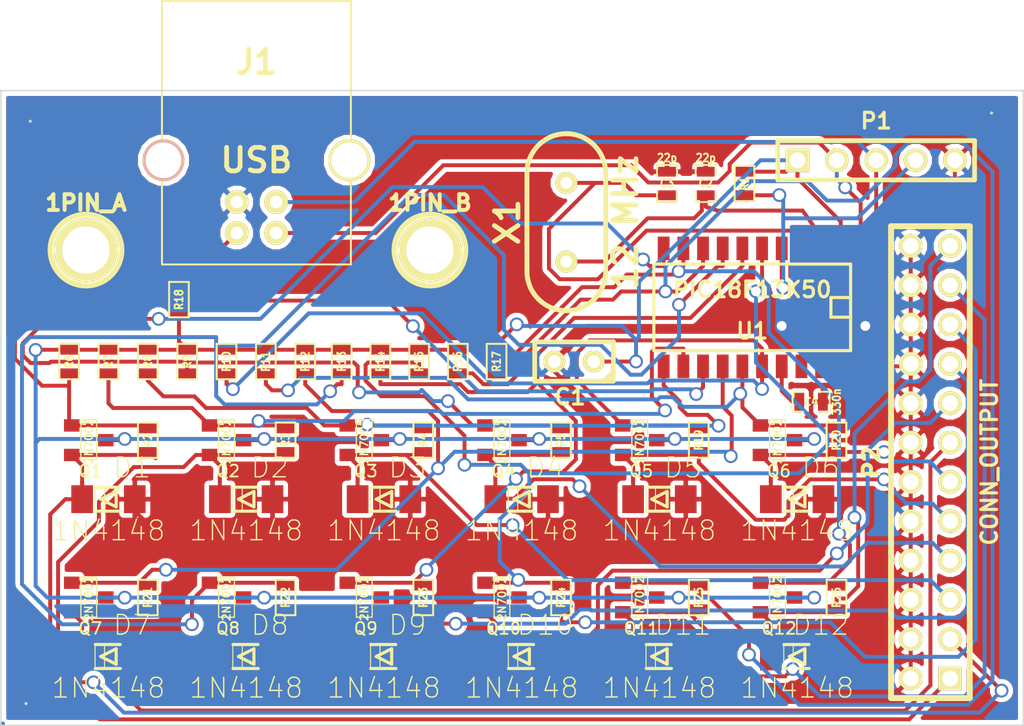
<source format=kicad_pcb>
(kicad_pcb (version 3) (host pcbnew "(2013-07-07 BZR 4022)-stable")
  (layers (15 F.Cu signal) (0 B.Cu signal) (19 F.Paste user) (21 F.SilkS user) (23 F.Mask user) (28 Edge.Cuts user))
  (net 0 "")
  (net 1 /RELAY_1)
  (net 2 /RELAY_10)
  (net 3 /RELAY_11)
  (net 4 /RELAY_12)
  (net 5 /RELAY_2)
  (net 6 /RELAY_3)
  (net 7 /RELAY_4)
  (net 8 /RELAY_5)
  (net 9 /RELAY_6)
  (net 10 /RELAY_7)
  (net 11 /RELAY_8)
  (net 12 /RELAY_9)
  (net 13 GND)
  (net 14 N-0000010)
  (net 15 N-0000011)
  (net 16 N-0000012)
  (net 17 N-0000013)
  (net 18 N-0000014)
  (net 19 N-0000017)
  (net 20 N-000002)
  (net 21 N-0000020)
  (net 22 N-0000022)
  (net 23 N-0000025)
  (net 24 N-000003)
  (net 25 N-0000030)
  (net 26 N-0000031)
  (net 27 N-000004)
  (net 28 N-000005)
  (net 29 N-000006)
  (net 30 N-000007)
  (net 31 N-000008)
  (net 32 N-000009)
  (net 33 VBUS)
  (module USB_B (layer F.Cu) (at 111.5 51.5 180)
    (fp_text reference J1 (at 0 6.35 180) (layer F.SilkS) (effects (font (size 1.524 1.524) (thickness 0.3048))))
    (fp_text value USB (at 0 0 180) (layer F.SilkS) (effects (font (size 1.524 1.524) (thickness 0.3048))))
    (pad 1 thru_hole circle (at 1.27 -4.699 180) (size 1.524 1.524) (drill 0.8128) (layers *.Cu *.Mask F.SilkS) (net 18 N-0000014))
    (pad 2 thru_hole circle (at -1.27 -4.699 180) (size 1.524 1.524) (drill 0.8128) (layers *.Cu *.Mask F.SilkS) (net 20 N-000002))
    (pad 3 thru_hole circle (at -1.27 -2.70002 180) (size 1.524 1.524) (drill 0.8128) (layers *.Cu *.Mask F.SilkS) (net 16 N-0000012))
    (pad 4 thru_hole circle (at 1.27 -2.70002 180) (size 1.524 1.524) (drill 0.8128) (layers *.Cu *.Mask F.SilkS) (net 13 GND))
    (pad 5 np_thru_hole circle (at 5.99948 0 180) (size 2.70002 2.70002) (drill 2.30124) (layers *.Cu *.SilkS *.Mask))
    (pad 6 thru_hole circle (at -5.99948 0 180) (size 2.70002 2.70002) (drill 2.30124) (layers *.Cu *.Mask F.SilkS))
  )
  (module SOT23 (layer F.Cu) (at 145.13 79.74 270)
    (fp_text reference Q12 (at 1.99898 -0.09906 360) (layer F.SilkS) (effects (font (size 0.762 0.762) (thickness 0.11938))))
    (fp_text value 2N7002 (at 0.0635 0 270) (layer F.SilkS) (effects (font (size 0.50038 0.50038) (thickness 0.09906))))
    (pad 3 smd rect (at 0 -1.09982 270) (size 0.8001 1.00076) (layers F.Cu F.Paste F.Mask) (net 33 VBUS))
    (pad 2 smd rect (at 0.9525 1.09982 270) (size 0.8001 1.00076) (layers F.Cu F.Paste F.Mask) (net 4 /RELAY_12))
    (pad 1 smd rect (at -0.9525 1.09982 270) (size 0.8001 1.00076) (layers F.Cu F.Paste F.Mask) (net 15 N-0000011))
  )
  (module SOT23 (layer F.Cu) (at 136.24 79.74 270)
    (fp_text reference Q11 (at 1.99898 -0.09906 360) (layer F.SilkS) (effects (font (size 0.762 0.762) (thickness 0.11938))))
    (fp_text value 2N7002 (at 0.0635 0 270) (layer F.SilkS) (effects (font (size 0.50038 0.50038) (thickness 0.09906))))
    (pad 3 smd rect (at 0 -1.09982 270) (size 0.8001 1.00076) (layers F.Cu F.Paste F.Mask) (net 33 VBUS))
    (pad 2 smd rect (at 0.9525 1.09982 270) (size 0.8001 1.00076) (layers F.Cu F.Paste F.Mask) (net 3 /RELAY_11))
    (pad 1 smd rect (at -0.9525 1.09982 270) (size 0.8001 1.00076) (layers F.Cu F.Paste F.Mask) (net 14 N-0000010))
  )
  (module SOT23 (layer F.Cu) (at 127.35 79.74 270)
    (fp_text reference Q10 (at 1.99898 -0.09906 360) (layer F.SilkS) (effects (font (size 0.762 0.762) (thickness 0.11938))))
    (fp_text value 2N7002 (at 0.0635 0 270) (layer F.SilkS) (effects (font (size 0.50038 0.50038) (thickness 0.09906))))
    (pad 3 smd rect (at 0 -1.09982 270) (size 0.8001 1.00076) (layers F.Cu F.Paste F.Mask) (net 33 VBUS))
    (pad 2 smd rect (at 0.9525 1.09982 270) (size 0.8001 1.00076) (layers F.Cu F.Paste F.Mask) (net 2 /RELAY_10))
    (pad 1 smd rect (at -0.9525 1.09982 270) (size 0.8001 1.00076) (layers F.Cu F.Paste F.Mask) (net 32 N-000009))
  )
  (module SOT23 (layer F.Cu) (at 118.46 79.74 270)
    (fp_text reference Q9 (at 1.99898 -0.09906 360) (layer F.SilkS) (effects (font (size 0.762 0.762) (thickness 0.11938))))
    (fp_text value 2N7002 (at 0.0635 0 270) (layer F.SilkS) (effects (font (size 0.50038 0.50038) (thickness 0.09906))))
    (pad 3 smd rect (at 0 -1.09982 270) (size 0.8001 1.00076) (layers F.Cu F.Paste F.Mask) (net 33 VBUS))
    (pad 2 smd rect (at 0.9525 1.09982 270) (size 0.8001 1.00076) (layers F.Cu F.Paste F.Mask) (net 12 /RELAY_9))
    (pad 1 smd rect (at -0.9525 1.09982 270) (size 0.8001 1.00076) (layers F.Cu F.Paste F.Mask) (net 31 N-000008))
  )
  (module SOT23 (layer F.Cu) (at 109.57 79.74 270)
    (fp_text reference Q8 (at 1.99898 -0.09906 360) (layer F.SilkS) (effects (font (size 0.762 0.762) (thickness 0.11938))))
    (fp_text value 2N7002 (at 0.0635 0 270) (layer F.SilkS) (effects (font (size 0.50038 0.50038) (thickness 0.09906))))
    (pad 3 smd rect (at 0 -1.09982 270) (size 0.8001 1.00076) (layers F.Cu F.Paste F.Mask) (net 33 VBUS))
    (pad 2 smd rect (at 0.9525 1.09982 270) (size 0.8001 1.00076) (layers F.Cu F.Paste F.Mask) (net 11 /RELAY_8))
    (pad 1 smd rect (at -0.9525 1.09982 270) (size 0.8001 1.00076) (layers F.Cu F.Paste F.Mask) (net 28 N-000005))
  )
  (module SOT23 (layer F.Cu) (at 100.68 79.74 270)
    (fp_text reference Q7 (at 1.99898 -0.09906 360) (layer F.SilkS) (effects (font (size 0.762 0.762) (thickness 0.11938))))
    (fp_text value 2N7002 (at 0.0635 0 270) (layer F.SilkS) (effects (font (size 0.50038 0.50038) (thickness 0.09906))))
    (pad 3 smd rect (at 0 -1.09982 270) (size 0.8001 1.00076) (layers F.Cu F.Paste F.Mask) (net 33 VBUS))
    (pad 2 smd rect (at 0.9525 1.09982 270) (size 0.8001 1.00076) (layers F.Cu F.Paste F.Mask) (net 10 /RELAY_7))
    (pad 1 smd rect (at -0.9525 1.09982 270) (size 0.8001 1.00076) (layers F.Cu F.Paste F.Mask) (net 30 N-000007))
  )
  (module SOT23 (layer F.Cu) (at 145.13 69.58 270)
    (fp_text reference Q6 (at 1.99898 -0.09906 360) (layer F.SilkS) (effects (font (size 0.762 0.762) (thickness 0.11938))))
    (fp_text value 2N7002 (at 0.0635 0 270) (layer F.SilkS) (effects (font (size 0.50038 0.50038) (thickness 0.09906))))
    (pad 3 smd rect (at 0 -1.09982 270) (size 0.8001 1.00076) (layers F.Cu F.Paste F.Mask) (net 33 VBUS))
    (pad 2 smd rect (at 0.9525 1.09982 270) (size 0.8001 1.00076) (layers F.Cu F.Paste F.Mask) (net 9 /RELAY_6))
    (pad 1 smd rect (at -0.9525 1.09982 270) (size 0.8001 1.00076) (layers F.Cu F.Paste F.Mask) (net 29 N-000006))
  )
  (module SOT23 (layer F.Cu) (at 136.24 69.58 270)
    (fp_text reference Q5 (at 1.99898 -0.09906 360) (layer F.SilkS) (effects (font (size 0.762 0.762) (thickness 0.11938))))
    (fp_text value 2N7002 (at 0.0635 0 270) (layer F.SilkS) (effects (font (size 0.50038 0.50038) (thickness 0.09906))))
    (pad 3 smd rect (at 0 -1.09982 270) (size 0.8001 1.00076) (layers F.Cu F.Paste F.Mask) (net 33 VBUS))
    (pad 2 smd rect (at 0.9525 1.09982 270) (size 0.8001 1.00076) (layers F.Cu F.Paste F.Mask) (net 8 /RELAY_5))
    (pad 1 smd rect (at -0.9525 1.09982 270) (size 0.8001 1.00076) (layers F.Cu F.Paste F.Mask) (net 23 N-0000025))
  )
  (module SOT23 (layer F.Cu) (at 127.35 69.58 270)
    (fp_text reference Q4 (at 1.99898 -0.09906 360) (layer F.SilkS) (effects (font (size 0.762 0.762) (thickness 0.11938))))
    (fp_text value 2N7002 (at 0.0635 0 270) (layer F.SilkS) (effects (font (size 0.50038 0.50038) (thickness 0.09906))))
    (pad 3 smd rect (at 0 -1.09982 270) (size 0.8001 1.00076) (layers F.Cu F.Paste F.Mask) (net 33 VBUS))
    (pad 2 smd rect (at 0.9525 1.09982 270) (size 0.8001 1.00076) (layers F.Cu F.Paste F.Mask) (net 7 /RELAY_4))
    (pad 1 smd rect (at -0.9525 1.09982 270) (size 0.8001 1.00076) (layers F.Cu F.Paste F.Mask) (net 25 N-0000030))
  )
  (module SOT23 (layer F.Cu) (at 118.46 69.58 270)
    (fp_text reference Q3 (at 1.99898 -0.09906 360) (layer F.SilkS) (effects (font (size 0.762 0.762) (thickness 0.11938))))
    (fp_text value 2N7002 (at 0.0635 0 270) (layer F.SilkS) (effects (font (size 0.50038 0.50038) (thickness 0.09906))))
    (pad 3 smd rect (at 0 -1.09982 270) (size 0.8001 1.00076) (layers F.Cu F.Paste F.Mask) (net 33 VBUS))
    (pad 2 smd rect (at 0.9525 1.09982 270) (size 0.8001 1.00076) (layers F.Cu F.Paste F.Mask) (net 6 /RELAY_3))
    (pad 1 smd rect (at -0.9525 1.09982 270) (size 0.8001 1.00076) (layers F.Cu F.Paste F.Mask) (net 22 N-0000022))
  )
  (module SOT23 (layer F.Cu) (at 109.57 69.58 270)
    (fp_text reference Q2 (at 1.99898 -0.09906 360) (layer F.SilkS) (effects (font (size 0.762 0.762) (thickness 0.11938))))
    (fp_text value 2N7002 (at 0.0635 0 270) (layer F.SilkS) (effects (font (size 0.50038 0.50038) (thickness 0.09906))))
    (pad 3 smd rect (at 0 -1.09982 270) (size 0.8001 1.00076) (layers F.Cu F.Paste F.Mask) (net 33 VBUS))
    (pad 2 smd rect (at 0.9525 1.09982 270) (size 0.8001 1.00076) (layers F.Cu F.Paste F.Mask) (net 5 /RELAY_2))
    (pad 1 smd rect (at -0.9525 1.09982 270) (size 0.8001 1.00076) (layers F.Cu F.Paste F.Mask) (net 21 N-0000020))
  )
  (module SOT23 (layer F.Cu) (at 100.68 69.58 270)
    (fp_text reference Q1 (at 1.99898 -0.09906 360) (layer F.SilkS) (effects (font (size 0.762 0.762) (thickness 0.11938))))
    (fp_text value 2N7002 (at 0.0635 0 270) (layer F.SilkS) (effects (font (size 0.50038 0.50038) (thickness 0.09906))))
    (pad 3 smd rect (at 0 -1.09982 270) (size 0.8001 1.00076) (layers F.Cu F.Paste F.Mask) (net 33 VBUS))
    (pad 2 smd rect (at 0.9525 1.09982 270) (size 0.8001 1.00076) (layers F.Cu F.Paste F.Mask) (net 1 /RELAY_1))
    (pad 1 smd rect (at -0.9525 1.09982 270) (size 0.8001 1.00076) (layers F.Cu F.Paste F.Mask) (net 26 N-0000031))
  )
  (module SOIC20 (layer F.Cu) (at 143.5 61 180)
    (fp_text reference U1 (at 0 -1.524 180) (layer F.SilkS) (effects (font (size 1.016 1.016) (thickness 0.2032))))
    (fp_text value PIC18F13K50 (at 0 1.143 180) (layer F.SilkS) (effects (font (size 1.016 1.016) (thickness 0.2032))))
    (pad 1 smd rect (at -5.715 3.81 180) (size 0.762 1.524) (layers F.Cu F.Paste F.Mask) (net 33 VBUS))
    (pad 2 smd rect (at -4.445 3.81 180) (size 0.762 1.524) (layers F.Cu F.Paste F.Mask) (net 27 N-000004))
    (pad 3 smd rect (at -3.175 3.81 180) (size 0.762 1.524) (layers F.Cu F.Paste F.Mask) (net 24 N-000003))
    (pad 4 smd rect (at -1.905 3.81 180) (size 0.762 1.524) (layers F.Cu F.Paste F.Mask) (net 17 N-0000013))
    (pad 5 smd rect (at -0.635 3.81 180) (size 0.762 1.524) (layers F.Cu F.Paste F.Mask) (net 32 N-000009))
    (pad 6 smd rect (at 0.635 3.81 180) (size 0.762 1.524) (layers F.Cu F.Paste F.Mask) (net 31 N-000008))
    (pad 7 smd rect (at 1.905 3.81 180) (size 0.762 1.524) (layers F.Cu F.Paste F.Mask) (net 28 N-000005))
    (pad 8 smd rect (at 3.175 3.81 180) (size 0.762 1.524) (layers F.Cu F.Paste F.Mask) (net 14 N-0000010))
    (pad 9 smd rect (at 4.445 3.81 180) (size 0.762 1.524) (layers F.Cu F.Paste F.Mask) (net 15 N-0000011))
    (pad 10 smd rect (at 5.715 3.81 180) (size 0.762 1.524) (layers F.Cu F.Paste F.Mask) (net 25 N-0000030))
    (pad 20 smd rect (at -5.715 -3.81 180) (size 0.762 1.524) (layers F.Cu F.Paste F.Mask) (net 13 GND))
    (pad 19 smd rect (at -4.445 -3.81 180) (size 0.762 1.524) (layers F.Cu F.Paste F.Mask) (net 16 N-0000012))
    (pad 18 smd rect (at -3.175 -3.81 180) (size 0.762 1.524) (layers F.Cu F.Paste F.Mask) (net 20 N-000002))
    (pad 17 smd rect (at -1.905 -3.81 180) (size 0.762 1.524) (layers F.Cu F.Paste F.Mask) (net 19 N-0000017))
    (pad 16 smd rect (at -0.635 -3.81 180) (size 0.762 1.524) (layers F.Cu F.Paste F.Mask) (net 23 N-0000025))
    (pad 15 smd rect (at 0.635 -3.81 180) (size 0.762 1.524) (layers F.Cu F.Paste F.Mask) (net 29 N-000006))
    (pad 14 smd rect (at 1.905 -3.81 180) (size 0.762 1.524) (layers F.Cu F.Paste F.Mask) (net 30 N-000007))
    (pad 13 smd rect (at 3.175 -3.81 180) (size 0.762 1.524) (layers F.Cu F.Paste F.Mask) (net 26 N-0000031))
    (pad 12 smd rect (at 4.445 -3.81 180) (size 0.762 1.524) (layers F.Cu F.Paste F.Mask) (net 21 N-0000020))
    (pad 11 smd rect (at 5.715 -3.81 180) (size 0.762 1.524) (layers F.Cu F.Paste F.Mask) (net 22 N-0000022))
  )
  (module SM0603_Capa (layer F.Cu) (at 140.5 53 270)
    (fp_text reference C2 (at 0 0 360) (layer F.SilkS) (effects (font (size 0.508 0.4572) (thickness 0.1143))))
    (fp_text value 22p (at -1.651 0 360) (layer F.SilkS) (effects (font (size 0.508 0.4572) (thickness 0.1143))))
    (pad 1 smd rect (at -0.762 0 270) (size 0.635 1.143) (layers F.Cu F.Paste F.Mask) (net 13 GND))
    (pad 2 smd rect (at 0.762 0 270) (size 0.635 1.143) (layers F.Cu F.Paste F.Mask) (net 27 N-000004))
  )
  (module SM0603_Capa (layer F.Cu) (at 138 53 270)
    (fp_text reference C3 (at 0 0 360) (layer F.SilkS) (effects (font (size 0.508 0.4572) (thickness 0.1143))))
    (fp_text value 22p (at -1.651 0 360) (layer F.SilkS) (effects (font (size 0.508 0.4572) (thickness 0.1143))))
    (pad 1 smd rect (at -0.762 0 270) (size 0.635 1.143) (layers F.Cu F.Paste F.Mask) (net 13 GND))
    (pad 2 smd rect (at 0.762 0 270) (size 0.635 1.143) (layers F.Cu F.Paste F.Mask) (net 24 N-000003))
  )
  (module SM0603_Capa (layer F.Cu) (at 147.3 67.1 180)
    (fp_text reference C4 (at 0 0 180) (layer F.SilkS) (effects (font (size 0.508 0.4572) (thickness 0.1143))))
    (fp_text value 330n (at -1.651 0 270) (layer F.SilkS) (effects (font (size 0.508 0.4572) (thickness 0.1143))))
    (pad 1 smd rect (at -0.762 0 180) (size 0.635 1.143) (layers F.Cu F.Paste F.Mask) (net 13 GND))
    (pad 2 smd rect (at 0.762 0 180) (size 0.635 1.143) (layers F.Cu F.Paste F.Mask) (net 19 N-0000017))
  )
  (module SM0603 (layer F.Cu) (at 122.27 79.74 270)
    (fp_text reference R23 (at 0 0 270) (layer F.SilkS) (effects (font (size 0.508 0.4572) (thickness 0.1143))))
    (fp_text value 10K hide)
    (pad 1 smd rect (at -0.762 0 270) (size 0.635 1.143) (layers F.Cu F.Paste F.Mask) (net 31 N-000008))
    (pad 2 smd rect (at 0.762 0 270) (size 0.635 1.143) (layers F.Cu F.Paste F.Mask) (net 12 /RELAY_9))
  )
  (module SM0603 (layer F.Cu) (at 148.94 69.58 270)
    (fp_text reference R20 (at 0 0 270) (layer F.SilkS) (effects (font (size 0.508 0.4572) (thickness 0.1143))))
    (fp_text value 10K hide)
    (pad 1 smd rect (at -0.762 0 270) (size 0.635 1.143) (layers F.Cu F.Paste F.Mask) (net 29 N-000006))
    (pad 2 smd rect (at 0.762 0 270) (size 0.635 1.143) (layers F.Cu F.Paste F.Mask) (net 9 /RELAY_6))
  )
  (module SM0603 (layer F.Cu) (at 104.49 64.5 270)
    (fp_text reference R8 (at 0 0 270) (layer F.SilkS) (effects (font (size 0.508 0.4572) (thickness 0.1143))))
    (fp_text value 100K hide)
    (pad 1 smd rect (at -0.762 0 270) (size 0.635 1.143) (layers F.Cu F.Paste F.Mask) (net 33 VBUS))
    (pad 2 smd rect (at 0.762 0 270) (size 0.635 1.143) (layers F.Cu F.Paste F.Mask) (net 22 N-0000022))
  )
  (module SM0603 (layer F.Cu) (at 104.49 79.74 270)
    (fp_text reference R21 (at 0 0 270) (layer F.SilkS) (effects (font (size 0.508 0.4572) (thickness 0.1143))))
    (fp_text value 10K hide)
    (pad 1 smd rect (at -0.762 0 270) (size 0.635 1.143) (layers F.Cu F.Paste F.Mask) (net 30 N-000007))
    (pad 2 smd rect (at 0.762 0 270) (size 0.635 1.143) (layers F.Cu F.Paste F.Mask) (net 10 /RELAY_7))
  )
  (module SM0603 (layer F.Cu) (at 107.03 64.5 270)
    (fp_text reference R9 (at 0 0 270) (layer F.SilkS) (effects (font (size 0.508 0.4572) (thickness 0.1143))))
    (fp_text value 100K hide)
    (pad 1 smd rect (at -0.762 0 270) (size 0.635 1.143) (layers F.Cu F.Paste F.Mask) (net 33 VBUS))
    (pad 2 smd rect (at 0.762 0 270) (size 0.635 1.143) (layers F.Cu F.Paste F.Mask) (net 25 N-0000030))
  )
  (module SM0603 (layer F.Cu) (at 113.38 79.74 270)
    (fp_text reference R22 (at 0 0 270) (layer F.SilkS) (effects (font (size 0.508 0.4572) (thickness 0.1143))))
    (fp_text value 10K hide)
    (pad 1 smd rect (at -0.762 0 270) (size 0.635 1.143) (layers F.Cu F.Paste F.Mask) (net 28 N-000005))
    (pad 2 smd rect (at 0.762 0 270) (size 0.635 1.143) (layers F.Cu F.Paste F.Mask) (net 11 /RELAY_8))
  )
  (module SM0603 (layer F.Cu) (at 109.57 64.5 270)
    (fp_text reference R10 (at 0 0 270) (layer F.SilkS) (effects (font (size 0.508 0.4572) (thickness 0.1143))))
    (fp_text value 100K hide)
    (pad 1 smd rect (at -0.762 0 270) (size 0.635 1.143) (layers F.Cu F.Paste F.Mask) (net 33 VBUS))
    (pad 2 smd rect (at 0.762 0 270) (size 0.635 1.143) (layers F.Cu F.Paste F.Mask) (net 23 N-0000025))
  )
  (module SM0603 (layer F.Cu) (at 99.41 64.5 270)
    (fp_text reference R6 (at 0 0 270) (layer F.SilkS) (effects (font (size 0.508 0.4572) (thickness 0.1143))))
    (fp_text value 100K hide)
    (pad 1 smd rect (at -0.762 0 270) (size 0.635 1.143) (layers F.Cu F.Paste F.Mask) (net 33 VBUS))
    (pad 2 smd rect (at 0.762 0 270) (size 0.635 1.143) (layers F.Cu F.Paste F.Mask) (net 26 N-0000031))
  )
  (module SM0603 (layer F.Cu) (at 112.11 64.5 270)
    (fp_text reference R11 (at 0 0 270) (layer F.SilkS) (effects (font (size 0.508 0.4572) (thickness 0.1143))))
    (fp_text value 100K hide)
    (pad 1 smd rect (at -0.762 0 270) (size 0.635 1.143) (layers F.Cu F.Paste F.Mask) (net 33 VBUS))
    (pad 2 smd rect (at 0.762 0 270) (size 0.635 1.143) (layers F.Cu F.Paste F.Mask) (net 29 N-000006))
  )
  (module SM0603 (layer F.Cu) (at 131.16 79.74 270)
    (fp_text reference R24 (at 0 0 270) (layer F.SilkS) (effects (font (size 0.508 0.4572) (thickness 0.1143))))
    (fp_text value 10K hide)
    (pad 1 smd rect (at -0.762 0 270) (size 0.635 1.143) (layers F.Cu F.Paste F.Mask) (net 32 N-000009))
    (pad 2 smd rect (at 0.762 0 270) (size 0.635 1.143) (layers F.Cu F.Paste F.Mask) (net 2 /RELAY_10))
  )
  (module SM0603 (layer F.Cu) (at 106.5 60.5 90)
    (fp_text reference R18 (at 0 0 90) (layer F.SilkS) (effects (font (size 0.508 0.4572) (thickness 0.1143))))
    (fp_text value 0.1 hide)
    (pad 1 smd rect (at -0.762 0 90) (size 0.635 1.143) (layers F.Cu F.Paste F.Mask) (net 33 VBUS))
    (pad 2 smd rect (at 0.762 0 90) (size 0.635 1.143) (layers F.Cu F.Paste F.Mask) (net 18 N-0000014))
  )
  (module SM0603 (layer F.Cu) (at 140.05 79.74 270)
    (fp_text reference R25 (at 0 0 270) (layer F.SilkS) (effects (font (size 0.508 0.4572) (thickness 0.1143))))
    (fp_text value 10K hide)
    (pad 1 smd rect (at -0.762 0 270) (size 0.635 1.143) (layers F.Cu F.Paste F.Mask) (net 14 N-0000010))
    (pad 2 smd rect (at 0.762 0 270) (size 0.635 1.143) (layers F.Cu F.Paste F.Mask) (net 3 /RELAY_11))
  )
  (module SM0603 (layer F.Cu) (at 148.94 79.74 270)
    (fp_text reference R26 (at 0 0 270) (layer F.SilkS) (effects (font (size 0.508 0.4572) (thickness 0.1143))))
    (fp_text value 10K hide)
    (pad 1 smd rect (at -0.762 0 270) (size 0.635 1.143) (layers F.Cu F.Paste F.Mask) (net 15 N-0000011))
    (pad 2 smd rect (at 0.762 0 270) (size 0.635 1.143) (layers F.Cu F.Paste F.Mask) (net 4 /RELAY_12))
  )
  (module SM0603 (layer F.Cu) (at 101.95 64.5 270)
    (fp_text reference R7 (at 0 0 270) (layer F.SilkS) (effects (font (size 0.508 0.4572) (thickness 0.1143))))
    (fp_text value 100K hide)
    (pad 1 smd rect (at -0.762 0 270) (size 0.635 1.143) (layers F.Cu F.Paste F.Mask) (net 33 VBUS))
    (pad 2 smd rect (at 0.762 0 270) (size 0.635 1.143) (layers F.Cu F.Paste F.Mask) (net 21 N-0000020))
  )
  (module SM0603 (layer F.Cu) (at 140.05 69.58 270)
    (fp_text reference R19 (at 0 0 270) (layer F.SilkS) (effects (font (size 0.508 0.4572) (thickness 0.1143))))
    (fp_text value 10K hide)
    (pad 1 smd rect (at -0.762 0 270) (size 0.635 1.143) (layers F.Cu F.Paste F.Mask) (net 23 N-0000025))
    (pad 2 smd rect (at 0.762 0 270) (size 0.635 1.143) (layers F.Cu F.Paste F.Mask) (net 8 /RELAY_5))
  )
  (module SM0603 (layer F.Cu) (at 131.16 69.58 270)
    (fp_text reference R5 (at 0 0 270) (layer F.SilkS) (effects (font (size 0.508 0.4572) (thickness 0.1143))))
    (fp_text value 10K hide)
    (pad 1 smd rect (at -0.762 0 270) (size 0.635 1.143) (layers F.Cu F.Paste F.Mask) (net 25 N-0000030))
    (pad 2 smd rect (at 0.762 0 270) (size 0.635 1.143) (layers F.Cu F.Paste F.Mask) (net 7 /RELAY_4))
  )
  (module SM0603 (layer F.Cu) (at 143 53 270)
    (fp_text reference R1 (at 0 0 270) (layer F.SilkS) (effects (font (size 0.508 0.4572) (thickness 0.1143))))
    (fp_text value 47k hide)
    (pad 1 smd rect (at -0.762 0 270) (size 0.635 1.143) (layers F.Cu F.Paste F.Mask) (net 33 VBUS))
    (pad 2 smd rect (at 0.762 0 270) (size 0.635 1.143) (layers F.Cu F.Paste F.Mask) (net 17 N-0000013))
  )
  (module SM0603 (layer F.Cu) (at 122.27 69.58 270)
    (fp_text reference R4 (at 0 0 270) (layer F.SilkS) (effects (font (size 0.508 0.4572) (thickness 0.1143))))
    (fp_text value 10K hide)
    (pad 1 smd rect (at -0.762 0 270) (size 0.635 1.143) (layers F.Cu F.Paste F.Mask) (net 22 N-0000022))
    (pad 2 smd rect (at 0.762 0 270) (size 0.635 1.143) (layers F.Cu F.Paste F.Mask) (net 6 /RELAY_3))
  )
  (module SM0603 (layer F.Cu) (at 113.38 69.58 270)
    (fp_text reference R3 (at 0 0 270) (layer F.SilkS) (effects (font (size 0.508 0.4572) (thickness 0.1143))))
    (fp_text value 10K hide)
    (pad 1 smd rect (at -0.762 0 270) (size 0.635 1.143) (layers F.Cu F.Paste F.Mask) (net 21 N-0000020))
    (pad 2 smd rect (at 0.762 0 270) (size 0.635 1.143) (layers F.Cu F.Paste F.Mask) (net 5 /RELAY_2))
  )
  (module SM0603 (layer F.Cu) (at 104.49 69.58 270)
    (fp_text reference R2 (at 0 0 270) (layer F.SilkS) (effects (font (size 0.508 0.4572) (thickness 0.1143))))
    (fp_text value 10K hide)
    (pad 1 smd rect (at -0.762 0 270) (size 0.635 1.143) (layers F.Cu F.Paste F.Mask) (net 26 N-0000031))
    (pad 2 smd rect (at 0.762 0 270) (size 0.635 1.143) (layers F.Cu F.Paste F.Mask) (net 1 /RELAY_1))
  )
  (module SM0603 (layer F.Cu) (at 114.65 64.5 270)
    (fp_text reference R12 (at 0 0 270) (layer F.SilkS) (effects (font (size 0.508 0.4572) (thickness 0.1143))))
    (fp_text value 100K hide)
    (pad 1 smd rect (at -0.762 0 270) (size 0.635 1.143) (layers F.Cu F.Paste F.Mask) (net 33 VBUS))
    (pad 2 smd rect (at 0.762 0 270) (size 0.635 1.143) (layers F.Cu F.Paste F.Mask) (net 30 N-000007))
  )
  (module SM0603 (layer F.Cu) (at 127 64.5 270)
    (fp_text reference R17 (at 0 0 270) (layer F.SilkS) (effects (font (size 0.508 0.4572) (thickness 0.1143))))
    (fp_text value 100K hide)
    (pad 1 smd rect (at -0.762 0 270) (size 0.635 1.143) (layers F.Cu F.Paste F.Mask) (net 33 VBUS))
    (pad 2 smd rect (at 0.762 0 270) (size 0.635 1.143) (layers F.Cu F.Paste F.Mask) (net 15 N-0000011))
  )
  (module SM0603 (layer F.Cu) (at 124.5 64.5 270)
    (fp_text reference R16 (at 0 0 270) (layer F.SilkS) (effects (font (size 0.508 0.4572) (thickness 0.1143))))
    (fp_text value 100K hide)
    (pad 1 smd rect (at -0.762 0 270) (size 0.635 1.143) (layers F.Cu F.Paste F.Mask) (net 33 VBUS))
    (pad 2 smd rect (at 0.762 0 270) (size 0.635 1.143) (layers F.Cu F.Paste F.Mask) (net 14 N-0000010))
  )
  (module SM0603 (layer F.Cu) (at 122 64.5 270)
    (fp_text reference R15 (at 0 0 270) (layer F.SilkS) (effects (font (size 0.508 0.4572) (thickness 0.1143))))
    (fp_text value 100K hide)
    (pad 1 smd rect (at -0.762 0 270) (size 0.635 1.143) (layers F.Cu F.Paste F.Mask) (net 33 VBUS))
    (pad 2 smd rect (at 0.762 0 270) (size 0.635 1.143) (layers F.Cu F.Paste F.Mask) (net 32 N-000009))
  )
  (module SM0603 (layer F.Cu) (at 119.5 64.5 270)
    (fp_text reference R14 (at 0 0 270) (layer F.SilkS) (effects (font (size 0.508 0.4572) (thickness 0.1143))))
    (fp_text value 100K hide)
    (pad 1 smd rect (at -0.762 0 270) (size 0.635 1.143) (layers F.Cu F.Paste F.Mask) (net 33 VBUS))
    (pad 2 smd rect (at 0.762 0 270) (size 0.635 1.143) (layers F.Cu F.Paste F.Mask) (net 31 N-000008))
  )
  (module SM0603 (layer F.Cu) (at 117 64.5 270)
    (fp_text reference R13 (at 0 0 270) (layer F.SilkS) (effects (font (size 0.508 0.4572) (thickness 0.1143))))
    (fp_text value 100K hide)
    (pad 1 smd rect (at -0.762 0 270) (size 0.635 1.143) (layers F.Cu F.Paste F.Mask) (net 33 VBUS))
    (pad 2 smd rect (at 0.762 0 270) (size 0.635 1.143) (layers F.Cu F.Paste F.Mask) (net 28 N-000005))
  )
  (module PIN_ARRAY_5x1 (layer F.Cu) (at 151.5 51.5)
    (fp_text reference P1 (at 0 -2.54) (layer F.SilkS) (effects (font (size 1.016 1.016) (thickness 0.2032))))
    (fp_text value CONN_ICSP hide)
    (pad 1 thru_hole rect (at -5.08 0) (size 1.524 1.524) (drill 1.016) (layers *.Cu *.Mask F.SilkS) (net 33 VBUS))
    (pad 2 thru_hole circle (at -2.54 0) (size 1.524 1.524) (drill 1.016) (layers *.Cu *.Mask F.SilkS) (net 20 N-000002))
    (pad 3 thru_hole circle (at 0 0) (size 1.524 1.524) (drill 1.016) (layers *.Cu *.Mask F.SilkS) (net 16 N-0000012))
    (pad 4 thru_hole circle (at 2.54 0) (size 1.524 1.524) (drill 1.016) (layers *.Cu *.Mask F.SilkS) (net 17 N-0000013))
    (pad 5 thru_hole circle (at 5.08 0) (size 1.524 1.524) (drill 1.016) (layers *.Cu *.Mask F.SilkS) (net 13 GND))
  )
  (module pin_array_12x2 (layer F.Cu) (at 155 71 90)
    (fp_text reference P2 (at 0 -3.81 90) (layer F.SilkS) (effects (font (size 1.016 1.016) (thickness 0.27432))))
    (fp_text value CONN_OUTPUT (at 0 3.81 90) (layer F.SilkS) (effects (font (size 1.016 1.016) (thickness 0.2032))))
    (pad 1 thru_hole rect (at -13.97 1.27 90) (size 1.524 1.524) (drill 1.016) (layers *.Cu *.Mask F.SilkS) (net 1 /RELAY_1))
    (pad 2 thru_hole circle (at -13.97 -1.27 90) (size 1.524 1.524) (drill 1.016) (layers *.Cu *.Mask F.SilkS) (net 13 GND))
    (pad 3 thru_hole circle (at -11.43 1.27 90) (size 1.524 1.524) (drill 1.016) (layers *.Cu *.Mask F.SilkS) (net 5 /RELAY_2))
    (pad 4 thru_hole circle (at -11.43 -1.27 90) (size 1.524 1.524) (drill 1.016) (layers *.Cu *.Mask F.SilkS) (net 13 GND))
    (pad 5 thru_hole circle (at -8.89 1.27 90) (size 1.524 1.524) (drill 1.016) (layers *.Cu *.Mask F.SilkS) (net 6 /RELAY_3))
    (pad 6 thru_hole circle (at -8.89 -1.27 90) (size 1.524 1.524) (drill 1.016) (layers *.Cu *.Mask F.SilkS) (net 13 GND))
    (pad 7 thru_hole circle (at -6.35 1.27 90) (size 1.524 1.524) (drill 1.016) (layers *.Cu *.Mask F.SilkS) (net 7 /RELAY_4))
    (pad 8 thru_hole circle (at -6.35 -1.27 90) (size 1.524 1.524) (drill 1.016) (layers *.Cu *.Mask F.SilkS) (net 13 GND))
    (pad 9 thru_hole circle (at -3.81 1.27 90) (size 1.524 1.524) (drill 1.016) (layers *.Cu *.Mask F.SilkS) (net 8 /RELAY_5))
    (pad 10 thru_hole circle (at -3.81 -1.27 90) (size 1.524 1.524) (drill 1.016) (layers *.Cu *.Mask F.SilkS) (net 13 GND))
    (pad 11 thru_hole circle (at -1.27 1.27 90) (size 1.524 1.524) (drill 1.016) (layers *.Cu *.Mask F.SilkS) (net 9 /RELAY_6))
    (pad 12 thru_hole circle (at -1.27 -1.27 90) (size 1.524 1.524) (drill 1.016) (layers *.Cu *.Mask F.SilkS) (net 13 GND))
    (pad 13 thru_hole circle (at 1.27 1.27 90) (size 1.524 1.524) (drill 1.016) (layers *.Cu *.Mask F.SilkS) (net 10 /RELAY_7))
    (pad 14 thru_hole circle (at 1.27 -1.27 90) (size 1.524 1.524) (drill 1.016) (layers *.Cu *.Mask F.SilkS) (net 13 GND))
    (pad 15 thru_hole circle (at 3.81 1.27 90) (size 1.524 1.524) (drill 1.016) (layers *.Cu *.Mask F.SilkS) (net 11 /RELAY_8))
    (pad 16 thru_hole circle (at 3.81 -1.27 90) (size 1.524 1.524) (drill 1.016) (layers *.Cu *.Mask F.SilkS) (net 13 GND))
    (pad 17 thru_hole circle (at 6.35 1.27 90) (size 1.524 1.524) (drill 1.016) (layers *.Cu *.Mask F.SilkS) (net 12 /RELAY_9))
    (pad 18 thru_hole circle (at 6.35 -1.27 90) (size 1.524 1.524) (drill 1.016) (layers *.Cu *.Mask F.SilkS) (net 13 GND))
    (pad 19 thru_hole circle (at 8.89 1.27 90) (size 1.524 1.524) (drill 1.016) (layers *.Cu *.Mask F.SilkS) (net 2 /RELAY_10))
    (pad 20 thru_hole circle (at 8.89 -1.27 90) (size 1.524 1.524) (drill 1.016) (layers *.Cu *.Mask F.SilkS) (net 13 GND))
    (pad 21 thru_hole circle (at 11.43 1.27 90) (size 1.524 1.524) (drill 1.016) (layers *.Cu *.Mask F.SilkS) (net 3 /RELAY_11))
    (pad 22 thru_hole circle (at 11.43 -1.27 90) (size 1.524 1.524) (drill 1.016) (layers *.Cu *.Mask F.SilkS) (net 13 GND))
    (pad 23 thru_hole circle (at 13.97 1.27 90) (size 1.524 1.524) (drill 1.016) (layers *.Cu *.Mask F.SilkS) (net 4 /RELAY_12))
    (pad 24 thru_hole circle (at 13.97 -1.27 90) (size 1.524 1.524) (drill 1.016) (layers *.Cu *.Mask F.SilkS) (net 13 GND))
  )
  (module HC-49V (layer F.Cu) (at 131.5 55.5 90)
    (fp_text reference X1 (at 0 -3.81 90) (layer F.SilkS) (effects (font (size 1.524 1.524) (thickness 0.3048))))
    (fp_text value "12 MHz" (at 0 3.81 90) (layer F.SilkS) (effects (font (size 1.524 1.524) (thickness 0.3048))))
    (pad 1 thru_hole circle (at -2.54 0 90) (size 1.4224 1.4224) (drill 0.762) (layers *.Cu *.Mask F.SilkS) (net 27 N-000004))
    (pad 2 thru_hole circle (at 2.54 0 90) (size 1.4224 1.4224) (drill 0.762) (layers *.Cu *.Mask F.SilkS) (net 24 N-000003))
  )
  (module C1 (layer F.Cu) (at 132 64.5 180)
    (fp_text reference C1 (at 0.254 -2.286 180) (layer F.SilkS) (effects (font (size 1.016 1.016) (thickness 0.2032))))
    (fp_text value 10u hide)
    (pad 1 thru_hole circle (at -1.27 0 180) (size 1.397 1.397) (drill 0.8128) (layers *.Cu *.Mask F.SilkS) (net 33 VBUS))
    (pad 2 thru_hole circle (at 1.27 0 180) (size 1.397 1.397) (drill 0.8128) (layers *.Cu *.Mask F.SilkS) (net 13 GND))
  )
  (module MiniMelf (layer F.Cu) (at 101.95 73.39)
    (fp_text reference D1 (at 1.524 -2.032) (layer F.SilkS) (effects (font (size 1.27 1.27) (thickness 0.0889))))
    (fp_text value 1N4148 (at 0 2.032) (layer F.SilkS) (effects (font (size 1.27 1.27) (thickness 0.0889))))
    (pad 1 smd rect (at 1.69926 0) (size 1.39954 1.79832) (layers F.Cu F.Paste F.Mask) (net 13 GND))
    (pad 2 smd rect (at -1.69926 0) (size 1.39954 1.79832) (layers F.Cu F.Paste F.Mask) (net 1 /RELAY_1))
  )
  (module MiniMelf (layer F.Cu) (at 110.84 73.39)
    (fp_text reference D2 (at 1.524 -2.032) (layer F.SilkS) (effects (font (size 1.27 1.27) (thickness 0.0889))))
    (fp_text value 1N4148 (at 0 2.032) (layer F.SilkS) (effects (font (size 1.27 1.27) (thickness 0.0889))))
    (pad 1 smd rect (at 1.69926 0) (size 1.39954 1.79832) (layers F.Cu F.Paste F.Mask) (net 13 GND))
    (pad 2 smd rect (at -1.69926 0) (size 1.39954 1.79832) (layers F.Cu F.Paste F.Mask) (net 5 /RELAY_2))
  )
  (module MiniMelf (layer F.Cu) (at 119.73 73.39)
    (fp_text reference D3 (at 1.524 -2.032) (layer F.SilkS) (effects (font (size 1.27 1.27) (thickness 0.0889))))
    (fp_text value 1N4148 (at 0 2.032) (layer F.SilkS) (effects (font (size 1.27 1.27) (thickness 0.0889))))
    (pad 1 smd rect (at 1.69926 0) (size 1.39954 1.79832) (layers F.Cu F.Paste F.Mask) (net 13 GND))
    (pad 2 smd rect (at -1.69926 0) (size 1.39954 1.79832) (layers F.Cu F.Paste F.Mask) (net 6 /RELAY_3))
  )
  (module MiniMelf (layer F.Cu) (at 128.62 73.39)
    (fp_text reference D4 (at 1.524 -2.032) (layer F.SilkS) (effects (font (size 1.27 1.27) (thickness 0.0889))))
    (fp_text value 1N4148 (at 0 2.032) (layer F.SilkS) (effects (font (size 1.27 1.27) (thickness 0.0889))))
    (pad 1 smd rect (at 1.69926 0) (size 1.39954 1.79832) (layers F.Cu F.Paste F.Mask) (net 13 GND))
    (pad 2 smd rect (at -1.69926 0) (size 1.39954 1.79832) (layers F.Cu F.Paste F.Mask) (net 7 /RELAY_4))
  )
  (module MiniMelf (layer F.Cu) (at 137.51 73.39)
    (fp_text reference D5 (at 1.524 -2.032) (layer F.SilkS) (effects (font (size 1.27 1.27) (thickness 0.0889))))
    (fp_text value 1N4148 (at 0 2.032) (layer F.SilkS) (effects (font (size 1.27 1.27) (thickness 0.0889))))
    (pad 1 smd rect (at 1.69926 0) (size 1.39954 1.79832) (layers F.Cu F.Paste F.Mask) (net 13 GND))
    (pad 2 smd rect (at -1.69926 0) (size 1.39954 1.79832) (layers F.Cu F.Paste F.Mask) (net 8 /RELAY_5))
  )
  (module MiniMelf (layer F.Cu) (at 146.4 73.39)
    (fp_text reference D6 (at 1.524 -2.032) (layer F.SilkS) (effects (font (size 1.27 1.27) (thickness 0.0889))))
    (fp_text value 1N4148 (at 0 2.032) (layer F.SilkS) (effects (font (size 1.27 1.27) (thickness 0.0889))))
    (pad 1 smd rect (at 1.69926 0) (size 1.39954 1.79832) (layers F.Cu F.Paste F.Mask) (net 13 GND))
    (pad 2 smd rect (at -1.69926 0) (size 1.39954 1.79832) (layers F.Cu F.Paste F.Mask) (net 9 /RELAY_6))
  )
  (module MiniMelf (layer F.Cu) (at 101.95 83.55)
    (fp_text reference D7 (at 1.524 -2.032) (layer F.SilkS) (effects (font (size 1.27 1.27) (thickness 0.0889))))
    (fp_text value 1N4148 (at 0 2.032) (layer F.SilkS) (effects (font (size 1.27 1.27) (thickness 0.0889))))
    (pad 1 smd rect (at 1.69926 0) (size 1.39954 1.79832) (layers F.Cu F.Paste F.Mask) (net 13 GND))
    (pad 2 smd rect (at -1.69926 0) (size 1.39954 1.79832) (layers F.Cu F.Paste F.Mask) (net 10 /RELAY_7))
  )
  (module MiniMelf (layer F.Cu) (at 110.84 83.55)
    (fp_text reference D8 (at 1.524 -2.032) (layer F.SilkS) (effects (font (size 1.27 1.27) (thickness 0.0889))))
    (fp_text value 1N4148 (at 0 2.032) (layer F.SilkS) (effects (font (size 1.27 1.27) (thickness 0.0889))))
    (pad 1 smd rect (at 1.69926 0) (size 1.39954 1.79832) (layers F.Cu F.Paste F.Mask) (net 13 GND))
    (pad 2 smd rect (at -1.69926 0) (size 1.39954 1.79832) (layers F.Cu F.Paste F.Mask) (net 11 /RELAY_8))
  )
  (module MiniMelf (layer F.Cu) (at 119.73 83.55)
    (fp_text reference D9 (at 1.524 -2.032) (layer F.SilkS) (effects (font (size 1.27 1.27) (thickness 0.0889))))
    (fp_text value 1N4148 (at 0 2.032) (layer F.SilkS) (effects (font (size 1.27 1.27) (thickness 0.0889))))
    (pad 1 smd rect (at 1.69926 0) (size 1.39954 1.79832) (layers F.Cu F.Paste F.Mask) (net 13 GND))
    (pad 2 smd rect (at -1.69926 0) (size 1.39954 1.79832) (layers F.Cu F.Paste F.Mask) (net 12 /RELAY_9))
  )
  (module MiniMelf (layer F.Cu) (at 128.62 83.55)
    (fp_text reference D10 (at 1.524 -2.032) (layer F.SilkS) (effects (font (size 1.27 1.27) (thickness 0.0889))))
    (fp_text value 1N4148 (at 0 2.032) (layer F.SilkS) (effects (font (size 1.27 1.27) (thickness 0.0889))))
    (pad 1 smd rect (at 1.69926 0) (size 1.39954 1.79832) (layers F.Cu F.Paste F.Mask) (net 13 GND))
    (pad 2 smd rect (at -1.69926 0) (size 1.39954 1.79832) (layers F.Cu F.Paste F.Mask) (net 2 /RELAY_10))
  )
  (module MiniMelf (layer F.Cu) (at 137.51 83.55)
    (fp_text reference D11 (at 1.524 -2.032) (layer F.SilkS) (effects (font (size 1.27 1.27) (thickness 0.0889))))
    (fp_text value 1N4148 (at 0 2.032) (layer F.SilkS) (effects (font (size 1.27 1.27) (thickness 0.0889))))
    (pad 1 smd rect (at 1.69926 0) (size 1.39954 1.79832) (layers F.Cu F.Paste F.Mask) (net 13 GND))
    (pad 2 smd rect (at -1.69926 0) (size 1.39954 1.79832) (layers F.Cu F.Paste F.Mask) (net 3 /RELAY_11))
  )
  (module MiniMelf (layer F.Cu) (at 146.4 83.55)
    (fp_text reference D12 (at 1.524 -2.032) (layer F.SilkS) (effects (font (size 1.27 1.27) (thickness 0.0889))))
    (fp_text value 1N4148 (at 0 2.032) (layer F.SilkS) (effects (font (size 1.27 1.27) (thickness 0.0889))))
    (pad 1 smd rect (at 1.69926 0) (size 1.39954 1.79832) (layers F.Cu F.Paste F.Mask) (net 13 GND))
    (pad 2 smd rect (at -1.69926 0) (size 1.39954 1.79832) (layers F.Cu F.Paste F.Mask) (net 4 /RELAY_12))
  )
  (module 1pin (layer F.Cu) (at 122.7 57.3)
    (fp_text reference 1PIN_B (at 0 -3.048) (layer F.SilkS) (effects (font (size 1.016 1.016) (thickness 0.254))))
    (fp_text value P*** hide)
    (pad 2 thru_hole circle (at 0 0) (size 4.064 4.064) (drill 3.048) (layers *.Cu *.Mask F.SilkS))
  )
  (module 1pin (layer F.Cu) (at 100.5 57.3)
    (fp_text reference 1PIN_A (at 0 -3.048) (layer F.SilkS) (effects (font (size 1.016 1.016) (thickness 0.254))))
    (fp_text value P*** hide)
    (pad 1 thru_hole circle (at 0 0) (size 4.064 4.064) (drill 3.048) (layers *.Cu *.Mask F.SilkS))
  )
  (target plus (at 96.63 86.59) (size 0.005) (width 0.1) (layer Edge.Cuts))
  (target plus (at 158.95 48.45) (size 0.005) (width 0.1) (layer Edge.Cuts))
  (target plus (at 96.9 48.98) (size 0.005) (width 0.1) (layer Edge.Cuts))
  (gr_line (start 95 47) (end 95.5 47) (angle 90) (layer Edge.Cuts) (width 0.1))
  (gr_line (start 95 88) (end 95 47) (angle 90) (layer Edge.Cuts) (width 0.1))
  (gr_line (start 161 88) (end 95 88) (angle 90) (layer Edge.Cuts) (width 0.1))
  (gr_line (start 161 47) (end 161 88) (angle 90) (layer Edge.Cuts) (width 0.1))
  (gr_line (start 95.5 47) (end 161 47) (angle 90) (layer Edge.Cuts) (width 0.1))
  (segment (start 100.251 71.2031) (end 99.5802 70.5325) (width 0.254) (layer F.Cu) (net 1))
  (segment (start 100.251 72.2965) (end 100.251 71.2031) (width 0.254) (layer F.Cu) (net 1))
  (segment (start 100.251 72.2968) (end 100.251 73.39) (width 0.254) (layer F.Cu) (net 1))
  (segment (start 100.251 72.2965) (end 100.251 72.2968) (width 0.254) (layer F.Cu) (net 1))
  (segment (start 99.5802 70.5325) (end 104.3 70.5325) (width 0.254) (layer F.Cu) (net 1))
  (segment (start 104.782 70.5325) (end 105 70.75) (width 0.254) (layer F.Cu) (net 1))
  (segment (start 104.3 70.5325) (end 104.782 70.5325) (width 0.254) (layer F.Cu) (net 1))
  (segment (start 104.3 70.5325) (end 104.49 70.342) (width 0.254) (layer F.Cu) (net 1))
  (segment (start 100.251 73.39) (end 100.2507 73.39) (width 0.254) (layer F.Cu) (net 1))
  (segment (start 153.631 87.6086) (end 156.27 84.97) (width 0.254) (layer F.Cu) (net 1))
  (segment (start 101.394 87.6086) (end 153.631 87.6086) (width 0.254) (layer F.Cu) (net 1))
  (segment (start 98.1901 84.4048) (end 101.394 87.6086) (width 0.254) (layer F.Cu) (net 1))
  (segment (start 98.1901 74.3695) (end 98.1901 84.4048) (width 0.254) (layer F.Cu) (net 1))
  (segment (start 99.1696 73.39) (end 98.1901 74.3695) (width 0.254) (layer F.Cu) (net 1))
  (segment (start 100.2507 73.39) (end 99.1696 73.39) (width 0.254) (layer F.Cu) (net 1))
  (segment (start 100.251 73.39) (end 100.251 72.2968) (width 0.254) (layer F.Cu) (net 1))
  (segment (start 100.251 72.2968) (end 100.251 72.2965) (width 0.254) (layer F.Cu) (net 1))
  (via (at 132.717 81.3394) (size 0.889) (layers F.Cu B.Cu) (net 2))
  (segment (start 157.922 63.7618) (end 156.27 62.11) (width 0.254) (layer B.Cu) (net 2))
  (segment (start 157.922 82.4577) (end 157.922 63.7618) (width 0.254) (layer B.Cu) (net 2))
  (segment (start 156.806 83.5734) (end 157.922 82.4577) (width 0.254) (layer B.Cu) (net 2))
  (segment (start 150.781 83.5734) (end 156.806 83.5734) (width 0.254) (layer B.Cu) (net 2))
  (segment (start 148.547 81.3394) (end 150.781 83.5734) (width 0.254) (layer B.Cu) (net 2))
  (segment (start 132.717 81.3394) (end 148.547 81.3394) (width 0.254) (layer B.Cu) (net 2))
  (segment (start 130.97 80.6925) (end 131.16 80.502) (width 0.254) (layer F.Cu) (net 2))
  (segment (start 126.2502 80.6925) (end 130.97 80.6925) (width 0.254) (layer F.Cu) (net 2))
  (segment (start 131.299 81.3394) (end 132.717 81.3394) (width 0.254) (layer F.Cu) (net 2))
  (segment (start 131.16 81.2008) (end 131.299 81.3394) (width 0.254) (layer F.Cu) (net 2))
  (segment (start 131.16 80.502) (end 131.16 81.2008) (width 0.254) (layer F.Cu) (net 2))
  (segment (start 126.921 81.3631) (end 126.921 82.0105) (width 0.254) (layer F.Cu) (net 2))
  (segment (start 126.25 80.6925) (end 126.921 81.3631) (width 0.254) (layer F.Cu) (net 2))
  (segment (start 126.2502 80.6925) (end 126.25 80.6925) (width 0.254) (layer F.Cu) (net 2))
  (segment (start 126.921 82.0105) (end 126.921 82.658) (width 0.254) (layer F.Cu) (net 2))
  (segment (start 126.9207 82.0108) (end 126.9207 83.55) (width 0.254) (layer F.Cu) (net 2))
  (segment (start 126.921 82.0105) (end 126.9207 82.0108) (width 0.254) (layer F.Cu) (net 2))
  (via (at 146.107 84.3613) (size 0.889) (layers F.Cu B.Cu) (net 3))
  (segment (start 139.86 80.6925) (end 140.05 80.502) (width 0.254) (layer F.Cu) (net 3))
  (segment (start 139.509 80.6925) (end 139.86 80.6925) (width 0.254) (layer F.Cu) (net 3))
  (segment (start 158.496 61.7956) (end 156.27 59.57) (width 0.254) (layer B.Cu) (net 3))
  (segment (start 158.496 84.8451) (end 158.496 61.7956) (width 0.254) (layer B.Cu) (net 3))
  (segment (start 157.213 86.1276) (end 158.496 84.8451) (width 0.254) (layer B.Cu) (net 3))
  (segment (start 147.873 86.1276) (end 157.213 86.1276) (width 0.254) (layer B.Cu) (net 3))
  (segment (start 146.107 84.3613) (end 147.873 86.1276) (width 0.254) (layer B.Cu) (net 3))
  (segment (start 145.638 84.8306) (end 146.107 84.3613) (width 0.254) (layer F.Cu) (net 3))
  (segment (start 143.523 84.8306) (end 145.638 84.8306) (width 0.254) (layer F.Cu) (net 3))
  (segment (start 139.509 80.8166) (end 143.523 84.8306) (width 0.254) (layer F.Cu) (net 3))
  (segment (start 139.509 80.6925) (end 139.509 80.8166) (width 0.254) (layer F.Cu) (net 3))
  (segment (start 135.1402 80.6925) (end 139.509 80.6925) (width 0.254) (layer F.Cu) (net 3))
  (segment (start 135.811 81.3631) (end 135.811 81.9098) (width 0.254) (layer F.Cu) (net 3))
  (segment (start 135.14 80.6925) (end 135.811 81.3631) (width 0.254) (layer F.Cu) (net 3))
  (segment (start 135.1402 80.6925) (end 135.14 80.6925) (width 0.254) (layer F.Cu) (net 3))
  (segment (start 135.811 81.9098) (end 135.811 82.4565) (width 0.254) (layer F.Cu) (net 3))
  (segment (start 135.8107 81.9101) (end 135.8107 83.55) (width 0.254) (layer F.Cu) (net 3))
  (segment (start 135.811 81.9098) (end 135.8107 81.9101) (width 0.254) (layer F.Cu) (net 3))
  (via (at 150.103 74.5679) (size 0.889) (layers F.Cu B.Cu) (net 4))
  (segment (start 148.75 80.6925) (end 148.94 80.502) (width 0.254) (layer F.Cu) (net 4))
  (segment (start 144.0302 80.6925) (end 148.75 80.6925) (width 0.254) (layer F.Cu) (net 4))
  (segment (start 150.103 69.1535) (end 150.103 74.5679) (width 0.254) (layer B.Cu) (net 4))
  (segment (start 153.463 65.7934) (end 150.103 69.1535) (width 0.254) (layer B.Cu) (net 4))
  (segment (start 154.232 65.7934) (end 153.463 65.7934) (width 0.254) (layer B.Cu) (net 4))
  (segment (start 155 65.0251) (end 154.232 65.7934) (width 0.254) (layer B.Cu) (net 4))
  (segment (start 155 58.3) (end 155 65.0251) (width 0.254) (layer B.Cu) (net 4))
  (segment (start 156.27 57.03) (end 155 58.3) (width 0.254) (layer B.Cu) (net 4))
  (segment (start 150.338 74.8022) (end 150.103 74.5679) (width 0.254) (layer F.Cu) (net 4))
  (segment (start 150.338 79.015) (end 150.338 74.8022) (width 0.254) (layer F.Cu) (net 4))
  (segment (start 149.549 79.8032) (end 150.338 79.015) (width 0.254) (layer F.Cu) (net 4))
  (segment (start 148.94 79.8032) (end 149.549 79.8032) (width 0.254) (layer F.Cu) (net 4))
  (segment (start 148.94 80.502) (end 148.94 79.8032) (width 0.254) (layer F.Cu) (net 4))
  (segment (start 144.701 81.3631) (end 144.701 81.9098) (width 0.254) (layer F.Cu) (net 4))
  (segment (start 144.03 80.6925) (end 144.701 81.3631) (width 0.254) (layer F.Cu) (net 4))
  (segment (start 144.0302 80.6925) (end 144.03 80.6925) (width 0.254) (layer F.Cu) (net 4))
  (segment (start 144.701 81.9098) (end 144.701 82.4565) (width 0.254) (layer F.Cu) (net 4))
  (segment (start 144.7007 81.9101) (end 144.7007 83.55) (width 0.254) (layer F.Cu) (net 4))
  (segment (start 144.701 81.9098) (end 144.7007 81.9101) (width 0.254) (layer F.Cu) (net 4))
  (via (at 100.984 85.2154) (size 0.889) (layers F.Cu B.Cu) (net 5))
  (via (at 159.594 85.7537) (size 0.889) (layers F.Cu B.Cu) (net 5))
  (segment (start 113.19 70.5325) (end 113.38 70.342) (width 0.254) (layer F.Cu) (net 5))
  (segment (start 108.4702 70.5325) (end 113.19 70.5325) (width 0.254) (layer F.Cu) (net 5))
  (segment (start 159.594 85.7537) (end 156.27 82.43) (width 0.254) (layer F.Cu) (net 5))
  (segment (start 102.946 87.177) (end 100.984 85.2154) (width 0.254) (layer B.Cu) (net 5))
  (segment (start 158.17 87.177) (end 102.946 87.177) (width 0.254) (layer B.Cu) (net 5))
  (segment (start 159.594 85.7537) (end 158.17 87.177) (width 0.254) (layer B.Cu) (net 5))
  (segment (start 99.7195 85.2154) (end 100.984 85.2154) (width 0.254) (layer F.Cu) (net 5))
  (segment (start 98.6984 84.1943) (end 99.7195 85.2154) (width 0.254) (layer F.Cu) (net 5))
  (segment (start 98.6984 77.4472) (end 98.6984 84.1943) (width 0.254) (layer F.Cu) (net 5))
  (segment (start 101.332 74.8138) (end 98.6984 77.4472) (width 0.254) (layer F.Cu) (net 5))
  (segment (start 101.332 73.569) (end 101.332 74.8138) (width 0.254) (layer F.Cu) (net 5))
  (segment (start 103.587 71.314) (end 101.332 73.569) (width 0.254) (layer F.Cu) (net 5))
  (segment (start 106.807 71.314) (end 103.587 71.314) (width 0.254) (layer F.Cu) (net 5))
  (segment (start 107.588 70.5325) (end 106.807 71.314) (width 0.254) (layer F.Cu) (net 5))
  (segment (start 108.47 70.5325) (end 107.588 70.5325) (width 0.254) (layer F.Cu) (net 5))
  (segment (start 108.47 70.5325) (end 108.4702 70.5325) (width 0.254) (layer F.Cu) (net 5))
  (segment (start 109.141 71.2031) (end 109.141 71.7498) (width 0.254) (layer F.Cu) (net 5))
  (segment (start 108.47 70.5325) (end 109.141 71.2031) (width 0.254) (layer F.Cu) (net 5))
  (segment (start 109.141 71.7498) (end 109.141 72.2965) (width 0.254) (layer F.Cu) (net 5))
  (segment (start 109.1407 71.7501) (end 109.1407 73.39) (width 0.254) (layer F.Cu) (net 5))
  (segment (start 109.141 71.7498) (end 109.1407 71.7501) (width 0.254) (layer F.Cu) (net 5))
  (via (at 128.036 75.0595) (size 0.889) (layers F.Cu B.Cu) (net 6))
  (segment (start 122.08 70.5325) (end 122.27 70.342) (width 0.254) (layer F.Cu) (net 6))
  (segment (start 121.192 70.5325) (end 122.08 70.5325) (width 0.254) (layer F.Cu) (net 6))
  (segment (start 125.719 75.0595) (end 128.036 75.0595) (width 0.254) (layer F.Cu) (net 6))
  (segment (start 121.192 70.5325) (end 125.719 75.0595) (width 0.254) (layer F.Cu) (net 6))
  (segment (start 155 78.62) (end 156.27 79.89) (width 0.254) (layer B.Cu) (net 6))
  (segment (start 131.597 78.62) (end 155 78.62) (width 0.254) (layer B.Cu) (net 6))
  (segment (start 128.036 75.0595) (end 131.597 78.62) (width 0.254) (layer B.Cu) (net 6))
  (segment (start 117.3602 70.5325) (end 121.192 70.5325) (width 0.254) (layer F.Cu) (net 6))
  (segment (start 118.031 71.2031) (end 118.031 71.7498) (width 0.254) (layer F.Cu) (net 6))
  (segment (start 117.36 70.5325) (end 118.031 71.2031) (width 0.254) (layer F.Cu) (net 6))
  (segment (start 117.3602 70.5325) (end 117.36 70.5325) (width 0.254) (layer F.Cu) (net 6))
  (segment (start 118.031 71.7498) (end 118.031 72.2965) (width 0.254) (layer F.Cu) (net 6))
  (segment (start 118.0307 71.7501) (end 118.0307 73.39) (width 0.254) (layer F.Cu) (net 6))
  (segment (start 118.031 71.7498) (end 118.0307 71.7501) (width 0.254) (layer F.Cu) (net 6))
  (via (at 132.351 72.5554) (size 0.889) (layers F.Cu B.Cu) (net 7))
  (segment (start 137.531 77.7355) (end 132.351 72.5554) (width 0.254) (layer B.Cu) (net 7))
  (segment (start 149.403 77.7355) (end 137.531 77.7355) (width 0.254) (layer B.Cu) (net 7))
  (segment (start 150.932 76.2066) (end 149.403 77.7355) (width 0.254) (layer B.Cu) (net 7))
  (segment (start 155.127 76.2066) (end 150.932 76.2066) (width 0.254) (layer B.Cu) (net 7))
  (segment (start 156.27 77.35) (end 155.127 76.2066) (width 0.254) (layer B.Cu) (net 7))
  (segment (start 131.9 72.1041) (end 132.351 72.5554) (width 0.254) (layer F.Cu) (net 7))
  (segment (start 129.392 72.1041) (end 131.9 72.1041) (width 0.254) (layer F.Cu) (net 7))
  (segment (start 128.142 73.3546) (end 129.392 72.1041) (width 0.254) (layer F.Cu) (net 7))
  (segment (start 126.921 73.3546) (end 128.142 73.3546) (width 0.254) (layer F.Cu) (net 7))
  (segment (start 126.25 70.5325) (end 126.2502 70.5325) (width 0.254) (layer F.Cu) (net 7))
  (segment (start 126.921 71.2031) (end 126.25 70.5325) (width 0.254) (layer F.Cu) (net 7))
  (segment (start 126.921 73.3546) (end 126.921 71.2031) (width 0.254) (layer F.Cu) (net 7))
  (segment (start 130.97 70.5325) (end 131.16 70.342) (width 0.254) (layer F.Cu) (net 7))
  (segment (start 126.2502 70.5325) (end 130.97 70.5325) (width 0.254) (layer F.Cu) (net 7))
  (segment (start 126.921 73.3546) (end 126.921 73.3634) (width 0.254) (layer F.Cu) (net 7))
  (segment (start 126.921 73.3634) (end 126.921 73.3723) (width 0.254) (layer F.Cu) (net 7))
  (segment (start 126.9207 73.3637) (end 126.9207 73.39) (width 0.254) (layer F.Cu) (net 7))
  (segment (start 126.921 73.3634) (end 126.9207 73.3637) (width 0.254) (layer F.Cu) (net 7))
  (via (at 152.007 72.1094) (size 0.889) (layers F.Cu B.Cu) (net 8))
  (segment (start 139.86 70.5325) (end 140.05 70.342) (width 0.254) (layer F.Cu) (net 8))
  (segment (start 135.1402 70.5325) (end 139.86 70.5325) (width 0.254) (layer F.Cu) (net 8))
  (segment (start 152.007 72.2364) (end 152.007 72.1094) (width 0.254) (layer B.Cu) (net 8))
  (segment (start 153.438 73.6666) (end 152.007 72.2364) (width 0.254) (layer B.Cu) (net 8))
  (segment (start 155.127 73.6666) (end 153.438 73.6666) (width 0.254) (layer B.Cu) (net 8))
  (segment (start 156.27 74.81) (end 155.127 73.6666) (width 0.254) (layer B.Cu) (net 8))
  (segment (start 147.234 72.1094) (end 152.007 72.1094) (width 0.254) (layer F.Cu) (net 8))
  (segment (start 145.836 73.5074) (end 147.234 72.1094) (width 0.254) (layer F.Cu) (net 8))
  (segment (start 145.836 74.4477) (end 145.836 73.5074) (width 0.254) (layer F.Cu) (net 8))
  (segment (start 145.562 74.7219) (end 145.836 74.4477) (width 0.254) (layer F.Cu) (net 8))
  (segment (start 143.731 74.7219) (end 145.562 74.7219) (width 0.254) (layer F.Cu) (net 8))
  (segment (start 140.05 71.0408) (end 143.731 74.7219) (width 0.254) (layer F.Cu) (net 8))
  (segment (start 140.05 70.342) (end 140.05 71.0408) (width 0.254) (layer F.Cu) (net 8))
  (segment (start 135.811 71.2031) (end 135.811 71.7498) (width 0.254) (layer F.Cu) (net 8))
  (segment (start 135.14 70.5325) (end 135.811 71.2031) (width 0.254) (layer F.Cu) (net 8))
  (segment (start 135.1402 70.5325) (end 135.14 70.5325) (width 0.254) (layer F.Cu) (net 8))
  (segment (start 135.811 71.7498) (end 135.811 72.2965) (width 0.254) (layer F.Cu) (net 8))
  (segment (start 135.8107 71.7501) (end 135.8107 73.39) (width 0.254) (layer F.Cu) (net 8))
  (segment (start 135.811 71.7498) (end 135.8107 71.7501) (width 0.254) (layer F.Cu) (net 8))
  (via (at 152.007 70.342) (size 0.889) (layers F.Cu B.Cu) (net 9))
  (segment (start 148.75 70.5325) (end 148.94 70.342) (width 0.254) (layer F.Cu) (net 9))
  (segment (start 144.0302 70.5325) (end 148.75 70.5325) (width 0.254) (layer F.Cu) (net 9))
  (segment (start 152.619 70.9537) (end 152.007 70.342) (width 0.254) (layer B.Cu) (net 9))
  (segment (start 154.954 70.9537) (end 152.619 70.9537) (width 0.254) (layer B.Cu) (net 9))
  (segment (start 156.27 72.27) (end 154.954 70.9537) (width 0.254) (layer B.Cu) (net 9))
  (segment (start 148.94 70.342) (end 152.007 70.342) (width 0.254) (layer F.Cu) (net 9))
  (segment (start 144.701 71.2031) (end 144.701 71.7498) (width 0.254) (layer F.Cu) (net 9))
  (segment (start 144.03 70.5325) (end 144.701 71.2031) (width 0.254) (layer F.Cu) (net 9))
  (segment (start 144.0302 70.5325) (end 144.03 70.5325) (width 0.254) (layer F.Cu) (net 9))
  (segment (start 144.701 71.7498) (end 144.701 72.2965) (width 0.254) (layer F.Cu) (net 9))
  (segment (start 144.7007 71.7501) (end 144.7007 73.39) (width 0.254) (layer F.Cu) (net 9))
  (segment (start 144.701 71.7498) (end 144.7007 71.7501) (width 0.254) (layer F.Cu) (net 9))
  (segment (start 104.3 80.6925) (end 104.49 80.502) (width 0.254) (layer F.Cu) (net 10))
  (segment (start 99.5802 80.6925) (end 104.3 80.6925) (width 0.254) (layer F.Cu) (net 10))
  (segment (start 100.251 81.3631) (end 99.5802 80.6925) (width 0.254) (layer F.Cu) (net 10))
  (segment (start 100.251 83.4133) (end 100.251 81.3631) (width 0.254) (layer F.Cu) (net 10))
  (segment (start 155 71) (end 156.27 69.73) (width 0.254) (layer F.Cu) (net 10))
  (segment (start 155 85.4153) (end 155 71) (width 0.254) (layer F.Cu) (net 10))
  (segment (start 153.377 87.0385) (end 155 85.4153) (width 0.254) (layer F.Cu) (net 10))
  (segment (start 104.045 87.0385) (end 153.377 87.0385) (width 0.254) (layer F.Cu) (net 10))
  (segment (start 100.42 83.4133) (end 104.045 87.0385) (width 0.254) (layer F.Cu) (net 10))
  (segment (start 100.251 83.4133) (end 100.42 83.4133) (width 0.254) (layer F.Cu) (net 10))
  (segment (start 100.251 83.4133) (end 100.251 83.4474) (width 0.254) (layer F.Cu) (net 10))
  (segment (start 100.251 83.4474) (end 100.251 83.4816) (width 0.254) (layer F.Cu) (net 10))
  (segment (start 100.2507 83.4477) (end 100.2507 83.55) (width 0.254) (layer F.Cu) (net 10))
  (segment (start 100.251 83.4474) (end 100.2507 83.4477) (width 0.254) (layer F.Cu) (net 10))
  (via (at 148.959 76.8946) (size 0.889) (layers F.Cu B.Cu) (net 11))
  (segment (start 155 68.46) (end 156.27 67.19) (width 0.254) (layer B.Cu) (net 11))
  (segment (start 152.719 68.46) (end 155 68.46) (width 0.254) (layer B.Cu) (net 11))
  (segment (start 150.95 70.2297) (end 152.719 68.46) (width 0.254) (layer B.Cu) (net 11))
  (segment (start 150.95 74.9338) (end 150.95 70.2297) (width 0.254) (layer B.Cu) (net 11))
  (segment (start 148.989 76.8946) (end 150.95 74.9338) (width 0.254) (layer B.Cu) (net 11))
  (segment (start 148.959 76.8946) (end 148.989 76.8946) (width 0.254) (layer B.Cu) (net 11))
  (segment (start 147.847 78.0062) (end 148.959 76.8946) (width 0.254) (layer F.Cu) (net 11))
  (segment (start 134.482 78.0062) (end 147.847 78.0062) (width 0.254) (layer F.Cu) (net 11))
  (segment (start 133.542 78.9456) (end 134.482 78.0062) (width 0.254) (layer F.Cu) (net 11))
  (segment (start 133.542 81.6815) (end 133.542 78.9456) (width 0.254) (layer F.Cu) (net 11))
  (segment (start 133.04 82.1844) (end 133.542 81.6815) (width 0.254) (layer F.Cu) (net 11))
  (segment (start 129.476 82.1844) (end 133.04 82.1844) (width 0.254) (layer F.Cu) (net 11))
  (segment (start 128.501 83.1596) (end 129.476 82.1844) (width 0.254) (layer F.Cu) (net 11))
  (segment (start 128.501 84.1365) (end 128.501 83.1596) (width 0.254) (layer F.Cu) (net 11))
  (segment (start 127.741 84.8962) (end 128.501 84.1365) (width 0.254) (layer F.Cu) (net 11))
  (segment (start 124.97 84.8962) (end 127.741 84.8962) (width 0.254) (layer F.Cu) (net 11))
  (segment (start 122.32 82.2453) (end 124.97 84.8962) (width 0.254) (layer F.Cu) (net 11))
  (segment (start 120.527 82.2453) (end 122.32 82.2453) (width 0.254) (layer F.Cu) (net 11))
  (segment (start 120.348 82.4246) (end 120.527 82.2453) (width 0.254) (layer F.Cu) (net 11))
  (segment (start 120.348 83.4021) (end 120.348 82.4246) (width 0.254) (layer F.Cu) (net 11))
  (segment (start 118.92 84.8306) (end 120.348 83.4021) (width 0.254) (layer F.Cu) (net 11))
  (segment (start 117.073 84.8306) (end 118.92 84.8306) (width 0.254) (layer F.Cu) (net 11))
  (segment (start 113.19 80.948) (end 117.073 84.8306) (width 0.254) (layer F.Cu) (net 11))
  (segment (start 113.19 80.6925) (end 113.19 80.948) (width 0.254) (layer F.Cu) (net 11))
  (segment (start 113.19 80.6925) (end 113.38 80.502) (width 0.254) (layer F.Cu) (net 11))
  (segment (start 108.4702 80.6925) (end 113.19 80.6925) (width 0.254) (layer F.Cu) (net 11))
  (segment (start 109.141 81.3631) (end 109.141 81.9098) (width 0.254) (layer F.Cu) (net 11))
  (segment (start 108.47 80.6925) (end 109.141 81.3631) (width 0.254) (layer F.Cu) (net 11))
  (segment (start 108.4702 80.6925) (end 108.47 80.6925) (width 0.254) (layer F.Cu) (net 11))
  (segment (start 109.141 81.9098) (end 109.141 82.4565) (width 0.254) (layer F.Cu) (net 11))
  (segment (start 109.1407 81.9101) (end 109.1407 83.55) (width 0.254) (layer F.Cu) (net 11))
  (segment (start 109.141 81.9098) (end 109.1407 81.9101) (width 0.254) (layer F.Cu) (net 11))
  (via (at 124.362 81.4308) (size 0.889) (layers F.Cu B.Cu) (net 12))
  (segment (start 122.08 80.6925) (end 122.27 80.502) (width 0.254) (layer F.Cu) (net 12))
  (segment (start 121.784 80.6925) (end 122.08 80.6925) (width 0.254) (layer F.Cu) (net 12))
  (segment (start 122.522 81.4308) (end 124.362 81.4308) (width 0.254) (layer F.Cu) (net 12))
  (segment (start 121.784 80.6925) (end 122.522 81.4308) (width 0.254) (layer F.Cu) (net 12))
  (segment (start 131.458 81.4308) (end 124.362 81.4308) (width 0.254) (layer B.Cu) (net 12))
  (segment (start 132.375 80.5136) (end 131.458 81.4308) (width 0.254) (layer B.Cu) (net 12))
  (segment (start 133.059 80.5136) (end 132.375 80.5136) (width 0.254) (layer B.Cu) (net 12))
  (segment (start 133.121 80.5759) (end 133.059 80.5136) (width 0.254) (layer B.Cu) (net 12))
  (segment (start 152.384 80.5759) (end 133.121 80.5759) (width 0.254) (layer B.Cu) (net 12))
  (segment (start 152.851 81.0423) (end 152.384 80.5759) (width 0.254) (layer B.Cu) (net 12))
  (segment (start 156.848 81.0423) (end 152.851 81.0423) (width 0.254) (layer B.Cu) (net 12))
  (segment (start 157.413 80.477) (end 156.848 81.0423) (width 0.254) (layer B.Cu) (net 12))
  (segment (start 157.413 65.7934) (end 157.413 80.477) (width 0.254) (layer B.Cu) (net 12))
  (segment (start 156.27 64.65) (end 157.413 65.7934) (width 0.254) (layer B.Cu) (net 12))
  (segment (start 117.3602 80.6925) (end 121.784 80.6925) (width 0.254) (layer F.Cu) (net 12))
  (segment (start 118.031 81.3631) (end 118.031 81.9098) (width 0.254) (layer F.Cu) (net 12))
  (segment (start 117.36 80.6925) (end 118.031 81.3631) (width 0.254) (layer F.Cu) (net 12))
  (segment (start 117.3602 80.6925) (end 117.36 80.6925) (width 0.254) (layer F.Cu) (net 12))
  (segment (start 118.031 81.9098) (end 118.031 82.4565) (width 0.254) (layer F.Cu) (net 12))
  (segment (start 118.0307 81.9101) (end 118.0307 83.55) (width 0.254) (layer F.Cu) (net 12))
  (segment (start 118.031 81.9098) (end 118.0307 81.9101) (width 0.254) (layer F.Cu) (net 12))
  (via (at 150.8 62.2) (size 0.889) (layers F.Cu B.Cu) (net 13))
  (via (at 145.4 62.2) (size 0.889) (layers F.Cu B.Cu) (net 13))
  (segment (start 151 62.4) (end 151 64.81) (width 0.254) (layer F.Cu) (net 13))
  (segment (start 150.8 62.2) (end 151 62.4) (width 0.254) (layer F.Cu) (net 13))
  (segment (start 145.4 62.2) (end 150.8 62.2) (width 0.254) (layer B.Cu) (net 13))
  (segment (start 132.9 62.2) (end 145.4 62.2) (width 0.254) (layer F.Cu) (net 13))
  (segment (start 130.73 64.37) (end 132.9 62.2) (width 0.254) (layer F.Cu) (net 13))
  (segment (start 130.73 64.5) (end 130.73 64.37) (width 0.254) (layer F.Cu) (net 13))
  (segment (start 133.2 67.6) (end 133.2 76.8) (width 0.254) (layer F.Cu) (net 13))
  (segment (start 130.73 65.13) (end 133.2 67.6) (width 0.254) (layer F.Cu) (net 13))
  (segment (start 130.73 64.5) (end 130.73 65.13) (width 0.254) (layer F.Cu) (net 13))
  (segment (start 149.215 66.385) (end 149.215 64.81) (width 0.254) (layer F.Cu) (net 13))
  (segment (start 148.5 67.1) (end 149.215 66.385) (width 0.254) (layer F.Cu) (net 13))
  (segment (start 148.062 67.1) (end 148.5 67.1) (width 0.254) (layer F.Cu) (net 13))
  (segment (start 156.58 54.18) (end 153.73 57.03) (width 0.254) (layer F.Cu) (net 13))
  (segment (start 156.58 51.5) (end 156.58 54.18) (width 0.254) (layer F.Cu) (net 13))
  (segment (start 153.58 48.5) (end 156.58 51.5) (width 0.254) (layer F.Cu) (net 13))
  (segment (start 141.5 48.5) (end 153.58 48.5) (width 0.254) (layer F.Cu) (net 13))
  (segment (start 139.25 50.75) (end 141.5 48.5) (width 0.254) (layer F.Cu) (net 13))
  (segment (start 139.25 52.238) (end 139.25 50.75) (width 0.254) (layer F.Cu) (net 13))
  (segment (start 106.5 77) (end 106.5 86.25) (width 0.254) (layer F.Cu) (net 13))
  (segment (start 153.73 83.55) (end 153.73 84.97) (width 0.254) (layer F.Cu) (net 13))
  (segment (start 148.099 83.55) (end 148.0993 83.55) (width 0.254) (layer F.Cu) (net 13))
  (segment (start 145.149 86.5) (end 148.099 83.55) (width 0.254) (layer F.Cu) (net 13))
  (segment (start 141.25 86.5) (end 145.149 86.5) (width 0.254) (layer F.Cu) (net 13))
  (segment (start 148.099 73.39) (end 148.0993 73.39) (width 0.254) (layer F.Cu) (net 13))
  (segment (start 148.099 74.4007) (end 148.099 73.39) (width 0.254) (layer F.Cu) (net 13))
  (segment (start 145.5 77) (end 148.099 74.4007) (width 0.254) (layer F.Cu) (net 13))
  (segment (start 140.75 77) (end 145.5 77) (width 0.254) (layer F.Cu) (net 13))
  (segment (start 149.215 64.81) (end 151 64.81) (width 0.254) (layer F.Cu) (net 13))
  (segment (start 153.57 64.81) (end 153.73 64.65) (width 0.254) (layer F.Cu) (net 13))
  (segment (start 151 64.81) (end 153.57 64.81) (width 0.254) (layer F.Cu) (net 13))
  (segment (start 139.25 52.238) (end 140.5 52.238) (width 0.254) (layer F.Cu) (net 13))
  (segment (start 153.73 64.65) (end 153.73 67.19) (width 0.254) (layer F.Cu) (net 13))
  (segment (start 153.73 57.03) (end 153.73 59.57) (width 0.254) (layer F.Cu) (net 13))
  (segment (start 138 52.238) (end 139.25 52.238) (width 0.254) (layer F.Cu) (net 13))
  (segment (start 130.319 74.5693) (end 130.319 73.9448) (width 0.254) (layer F.Cu) (net 13))
  (segment (start 132.75 77) (end 130.319 74.5693) (width 0.254) (layer F.Cu) (net 13))
  (segment (start 132.75 77) (end 140.75 77) (width 0.254) (layer F.Cu) (net 13))
  (segment (start 112.539 75.0393) (end 112.539 74.2146) (width 0.254) (layer F.Cu) (net 13))
  (segment (start 114 76.5) (end 112.539 75.0393) (width 0.254) (layer F.Cu) (net 13))
  (segment (start 114 77) (end 114 76.5) (width 0.254) (layer F.Cu) (net 13))
  (segment (start 106.5 77) (end 114 77) (width 0.254) (layer F.Cu) (net 13))
  (segment (start 121.429 74.9293) (end 121.429 74.1596) (width 0.254) (layer F.Cu) (net 13))
  (segment (start 123.5 77) (end 121.429 74.9293) (width 0.254) (layer F.Cu) (net 13))
  (segment (start 114 77) (end 123.5 77) (width 0.254) (layer F.Cu) (net 13))
  (segment (start 123.5 77) (end 132.75 77) (width 0.254) (layer F.Cu) (net 13))
  (segment (start 139.209 75.4593) (end 139.209 74.4246) (width 0.254) (layer F.Cu) (net 13))
  (segment (start 140.75 77) (end 139.209 75.4593) (width 0.254) (layer F.Cu) (net 13))
  (segment (start 112.539 85.0393) (end 112.539 84.2946) (width 0.254) (layer F.Cu) (net 13))
  (segment (start 114 86.5) (end 112.539 85.0393) (width 0.254) (layer F.Cu) (net 13))
  (segment (start 114 86.5) (end 123 86.5) (width 0.254) (layer F.Cu) (net 13))
  (segment (start 130.319 84.8193) (end 130.319 84.1846) (width 0.254) (layer F.Cu) (net 13))
  (segment (start 132 86.5) (end 130.319 84.8193) (width 0.254) (layer F.Cu) (net 13))
  (segment (start 123 86.5) (end 132 86.5) (width 0.254) (layer F.Cu) (net 13))
  (segment (start 132 86.5) (end 141.25 86.5) (width 0.254) (layer F.Cu) (net 13))
  (segment (start 139.209 84.4593) (end 139.209 84.0046) (width 0.254) (layer F.Cu) (net 13))
  (segment (start 141.25 86.5) (end 139.209 84.4593) (width 0.254) (layer F.Cu) (net 13))
  (segment (start 153.73 77.35) (end 153.73 79.89) (width 0.254) (layer F.Cu) (net 13))
  (segment (start 153.73 67.19) (end 153.73 69.73) (width 0.254) (layer F.Cu) (net 13))
  (segment (start 153.73 59.57) (end 153.73 62.11) (width 0.254) (layer F.Cu) (net 13))
  (segment (start 153.73 62.11) (end 153.73 64.65) (width 0.254) (layer F.Cu) (net 13))
  (segment (start 153.73 73.39) (end 153.73 74.81) (width 0.254) (layer F.Cu) (net 13))
  (segment (start 153.73 74.81) (end 153.73 77.35) (width 0.254) (layer F.Cu) (net 13))
  (segment (start 148.0993 73.39) (end 153.73 73.39) (width 0.254) (layer F.Cu) (net 13))
  (segment (start 148.0993 83.55) (end 153.73 83.55) (width 0.254) (layer F.Cu) (net 13))
  (segment (start 153.73 69.73) (end 153.73 72.27) (width 0.254) (layer F.Cu) (net 13))
  (segment (start 153.73 72.27) (end 153.73 73.39) (width 0.254) (layer F.Cu) (net 13))
  (segment (start 153.73 79.89) (end 153.73 82.43) (width 0.254) (layer F.Cu) (net 13))
  (segment (start 153.73 82.43) (end 153.73 83.55) (width 0.254) (layer F.Cu) (net 13))
  (segment (start 103.649 84.1493) (end 103.649 83.9994) (width 0.254) (layer F.Cu) (net 13))
  (segment (start 106 86.5) (end 103.649 84.1493) (width 0.254) (layer F.Cu) (net 13))
  (segment (start 114 86.5) (end 106 86.5) (width 0.254) (layer F.Cu) (net 13))
  (segment (start 103.649 83.9994) (end 103.649 83.8496) (width 0.254) (layer F.Cu) (net 13))
  (segment (start 103.6493 83.9991) (end 103.6493 83.55) (width 0.254) (layer F.Cu) (net 13))
  (segment (start 103.649 83.9994) (end 103.6493 83.9991) (width 0.254) (layer F.Cu) (net 13))
  (segment (start 139.209 83.5503) (end 139.209 84.0046) (width 0.254) (layer F.Cu) (net 13))
  (segment (start 139.2093 83.55) (end 139.209 83.5503) (width 0.254) (layer F.Cu) (net 13))
  (segment (start 130.319 83.5503) (end 130.319 84.1846) (width 0.254) (layer F.Cu) (net 13))
  (segment (start 130.3193 83.55) (end 130.319 83.5503) (width 0.254) (layer F.Cu) (net 13))
  (segment (start 112.539 83.5503) (end 112.539 84.2946) (width 0.254) (layer F.Cu) (net 13))
  (segment (start 112.5393 83.55) (end 112.539 83.5503) (width 0.254) (layer F.Cu) (net 13))
  (segment (start 103.649 74.1493) (end 103.649 73.9594) (width 0.254) (layer F.Cu) (net 13))
  (segment (start 106.5 77) (end 103.649 74.1493) (width 0.254) (layer F.Cu) (net 13))
  (segment (start 103.649 73.9594) (end 103.649 73.7696) (width 0.254) (layer F.Cu) (net 13))
  (segment (start 103.6493 73.9591) (end 103.6493 73.39) (width 0.254) (layer F.Cu) (net 13))
  (segment (start 103.649 73.9594) (end 103.6493 73.9591) (width 0.254) (layer F.Cu) (net 13))
  (segment (start 139.209 73.3903) (end 139.209 74.4246) (width 0.254) (layer F.Cu) (net 13))
  (segment (start 139.2093 73.39) (end 139.209 73.3903) (width 0.254) (layer F.Cu) (net 13))
  (segment (start 130.319 73.3903) (end 130.319 73.9448) (width 0.254) (layer F.Cu) (net 13))
  (segment (start 130.3193 73.39) (end 130.319 73.3903) (width 0.254) (layer F.Cu) (net 13))
  (segment (start 121.429 73.3903) (end 121.429 74.1596) (width 0.254) (layer F.Cu) (net 13))
  (segment (start 121.4293 73.39) (end 121.429 73.3903) (width 0.254) (layer F.Cu) (net 13))
  (segment (start 112.539 73.3903) (end 112.539 74.2146) (width 0.254) (layer F.Cu) (net 13))
  (segment (start 112.5393 73.39) (end 112.539 73.3903) (width 0.254) (layer F.Cu) (net 13))
  (segment (start 121.429 84.9293) (end 121.429 84.5844) (width 0.254) (layer F.Cu) (net 13))
  (segment (start 123 86.5) (end 121.429 84.9293) (width 0.254) (layer F.Cu) (net 13))
  (segment (start 121.429 84.5844) (end 121.429 84.2396) (width 0.254) (layer F.Cu) (net 13))
  (segment (start 121.4293 84.5841) (end 121.4293 83.55) (width 0.254) (layer F.Cu) (net 13))
  (segment (start 121.429 84.5844) (end 121.4293 84.5841) (width 0.254) (layer F.Cu) (net 13))
  (segment (start 137.7723 51.3115) (end 138 51.5392) (width 0.254) (layer F.Cu) (net 13))
  (segment (start 120.2568 51.3115) (end 137.7723 51.3115) (width 0.254) (layer F.Cu) (net 13))
  (segment (start 118.3159 53.2524) (end 120.2568 51.3115) (width 0.254) (layer F.Cu) (net 13))
  (segment (start 113.9344 53.2524) (end 118.3159 53.2524) (width 0.254) (layer F.Cu) (net 13))
  (segment (start 113.7031 53.0211) (end 113.9344 53.2524) (width 0.254) (layer F.Cu) (net 13))
  (segment (start 111.4089 53.0211) (end 113.7031 53.0211) (width 0.254) (layer F.Cu) (net 13))
  (segment (start 110.23 54.2) (end 111.4089 53.0211) (width 0.254) (layer F.Cu) (net 13))
  (segment (start 138 52.238) (end 138 51.5392) (width 0.254) (layer F.Cu) (net 13))
  (via (at 143.292 83.4321) (size 0.889) (layers F.Cu B.Cu) (net 14))
  (via (at 137.9 59.9754) (size 0.889) (layers F.Cu B.Cu) (net 14))
  (segment (start 139.86 78.7875) (end 140.05 78.978) (width 0.254) (layer F.Cu) (net 14))
  (segment (start 135.1402 78.7875) (end 139.86 78.7875) (width 0.254) (layer F.Cu) (net 14))
  (segment (start 138.683 59.9754) (end 137.9 59.9754) (width 0.254) (layer F.Cu) (net 14))
  (segment (start 140.325 58.3333) (end 138.683 59.9754) (width 0.254) (layer F.Cu) (net 14))
  (segment (start 140.325 57.19) (end 140.325 58.3333) (width 0.254) (layer F.Cu) (net 14))
  (segment (start 137.9 58.3536) (end 137.9 59.9754) (width 0.254) (layer B.Cu) (net 14))
  (segment (start 143.402 52.8513) (end 137.9 58.3536) (width 0.254) (layer B.Cu) (net 14))
  (segment (start 147.069 52.8513) (end 143.402 52.8513) (width 0.254) (layer B.Cu) (net 14))
  (segment (start 148.325 54.1071) (end 147.069 52.8513) (width 0.254) (layer B.Cu) (net 14))
  (segment (start 150.517 54.1071) (end 148.325 54.1071) (width 0.254) (layer B.Cu) (net 14))
  (segment (start 152.77 51.8538) (end 150.517 54.1071) (width 0.254) (layer B.Cu) (net 14))
  (segment (start 152.77 51.1449) (end 152.77 51.8538) (width 0.254) (layer B.Cu) (net 14))
  (segment (start 153.594 50.3207) (end 152.77 51.1449) (width 0.254) (layer B.Cu) (net 14))
  (segment (start 157.082 50.3207) (end 153.594 50.3207) (width 0.254) (layer B.Cu) (net 14))
  (segment (start 159.011 52.2493) (end 157.082 50.3207) (width 0.254) (layer B.Cu) (net 14))
  (segment (start 159.011 85.1086) (end 159.011 52.2493) (width 0.254) (layer B.Cu) (net 14))
  (segment (start 157.451 86.6686) (end 159.011 85.1086) (width 0.254) (layer B.Cu) (net 14))
  (segment (start 146.529 86.6686) (end 157.451 86.6686) (width 0.254) (layer B.Cu) (net 14))
  (segment (start 143.292 83.4321) (end 146.529 86.6686) (width 0.254) (layer B.Cu) (net 14))
  (segment (start 135.036 59.9754) (end 137.9 59.9754) (width 0.254) (layer F.Cu) (net 14))
  (segment (start 134.51 60.5005) (end 135.036 59.9754) (width 0.254) (layer F.Cu) (net 14))
  (segment (start 132.43 60.5005) (end 134.51 60.5005) (width 0.254) (layer F.Cu) (net 14))
  (segment (start 128.568 64.3623) (end 132.43 60.5005) (width 0.254) (layer F.Cu) (net 14))
  (segment (start 128.568 65.1265) (end 128.568 64.3623) (width 0.254) (layer F.Cu) (net 14))
  (segment (start 127.734 65.9608) (end 128.568 65.1265) (width 0.254) (layer F.Cu) (net 14))
  (segment (start 126.152 65.9608) (end 127.734 65.9608) (width 0.254) (layer F.Cu) (net 14))
  (segment (start 125.453 65.262) (end 126.152 65.9608) (width 0.254) (layer F.Cu) (net 14))
  (segment (start 124.5 65.262) (end 125.453 65.262) (width 0.254) (layer F.Cu) (net 14))
  (segment (start 143.292 82.3077) (end 143.292 83.4321) (width 0.254) (layer F.Cu) (net 14))
  (segment (start 140.661 79.6768) (end 143.292 82.3077) (width 0.254) (layer F.Cu) (net 14))
  (segment (start 140.05 79.6768) (end 140.661 79.6768) (width 0.254) (layer F.Cu) (net 14))
  (segment (start 140.05 78.978) (end 140.05 79.6768) (width 0.254) (layer F.Cu) (net 14))
  (segment (start 135.14 78.7875) (end 135.1402 78.7875) (width 0.254) (layer F.Cu) (net 14))
  (via (at 149.098 75.6177) (size 0.889) (layers F.Cu B.Cu) (net 15))
  (via (at 138.753 58.6677) (size 0.889) (layers F.Cu B.Cu) (net 15))
  (segment (start 148.75 78.7875) (end 148.94 78.978) (width 0.254) (layer F.Cu) (net 15))
  (segment (start 148.411 78.7875) (end 148.75 78.7875) (width 0.254) (layer F.Cu) (net 15))
  (segment (start 138.753 58.635) (end 138.753 58.6677) (width 0.254) (layer F.Cu) (net 15))
  (segment (start 139.055 58.3333) (end 138.753 58.635) (width 0.254) (layer F.Cu) (net 15))
  (segment (start 139.055 57.19) (end 139.055 58.3333) (width 0.254) (layer F.Cu) (net 15))
  (segment (start 149.806 76.3262) (end 149.098 75.6177) (width 0.254) (layer F.Cu) (net 15))
  (segment (start 149.806 77.3921) (end 149.806 76.3262) (width 0.254) (layer F.Cu) (net 15))
  (segment (start 148.411 78.7875) (end 149.806 77.3921) (width 0.254) (layer F.Cu) (net 15))
  (segment (start 144.03 78.7875) (end 144.0302 78.7875) (width 0.254) (layer F.Cu) (net 15))
  (segment (start 144.0302 78.7875) (end 148.411 78.7875) (width 0.254) (layer F.Cu) (net 15))
  (segment (start 143.612 58.6677) (end 138.753 58.6677) (width 0.254) (layer B.Cu) (net 15))
  (segment (start 144.569 59.6253) (end 143.612 58.6677) (width 0.254) (layer B.Cu) (net 15))
  (segment (start 144.569 62.6703) (end 144.569 59.6253) (width 0.254) (layer B.Cu) (net 15))
  (segment (start 149.098 67.1987) (end 144.569 62.6703) (width 0.254) (layer B.Cu) (net 15))
  (segment (start 149.098 75.6177) (end 149.098 67.1987) (width 0.254) (layer B.Cu) (net 15))
  (segment (start 127.6481 64.5632) (end 127 64.5632) (width 0.254) (layer F.Cu) (net 15))
  (segment (start 132.5148 59.6965) (end 127.6481 64.5632) (width 0.254) (layer F.Cu) (net 15))
  (segment (start 134.595 59.6965) (end 132.5148 59.6965) (width 0.254) (layer F.Cu) (net 15))
  (segment (start 135.4071 58.8844) (end 134.595 59.6965) (width 0.254) (layer F.Cu) (net 15))
  (segment (start 138.5363 58.8844) (end 135.4071 58.8844) (width 0.254) (layer F.Cu) (net 15))
  (segment (start 138.753 58.6677) (end 138.5363 58.8844) (width 0.254) (layer F.Cu) (net 15))
  (segment (start 127 65.262) (end 127 64.5632) (width 0.254) (layer F.Cu) (net 15))
  (segment (start 147.945 62.305) (end 147.945 64.81) (width 0.254) (layer F.Cu) (net 16))
  (segment (start 151.5 58.75) (end 147.945 62.305) (width 0.254) (layer F.Cu) (net 16))
  (segment (start 151.5 51.5) (end 151.5 58.75) (width 0.254) (layer F.Cu) (net 16))
  (segment (start 117.8244 54.2) (end 112.77 54.2) (width 0.254) (layer B.Cu) (net 16))
  (segment (start 121.7108 50.3136) (end 117.8244 54.2) (width 0.254) (layer B.Cu) (net 16))
  (segment (start 150.3136 50.3136) (end 121.7108 50.3136) (width 0.254) (layer B.Cu) (net 16))
  (segment (start 151.5 51.5) (end 150.3136 50.3136) (width 0.254) (layer B.Cu) (net 16))
  (via (at 145.5 59.75) (size 0.889) (layers F.Cu B.Cu) (net 17))
  (via (at 145.25 53.75) (size 0.889) (layers F.Cu B.Cu) (net 17))
  (segment (start 150.29 55.25) (end 154.04 51.5) (width 0.254) (layer B.Cu) (net 17))
  (segment (start 145.5 55.25) (end 150.29 55.25) (width 0.254) (layer B.Cu) (net 17))
  (segment (start 145.405 59.655) (end 145.405 57.19) (width 0.254) (layer F.Cu) (net 17))
  (segment (start 145.5 59.75) (end 145.405 59.655) (width 0.254) (layer F.Cu) (net 17))
  (segment (start 145.238 53.762) (end 145.25 53.75) (width 0.254) (layer F.Cu) (net 17))
  (segment (start 143 53.762) (end 145.238 53.762) (width 0.254) (layer F.Cu) (net 17))
  (segment (start 145.5 54) (end 145.5 55.25) (width 0.254) (layer B.Cu) (net 17))
  (segment (start 145.25 53.75) (end 145.5 54) (width 0.254) (layer B.Cu) (net 17))
  (segment (start 145.5 55.25) (end 145.5 59.75) (width 0.254) (layer B.Cu) (net 17))
  (segment (start 106.691 59.738) (end 110.23 56.199) (width 0.254) (layer F.Cu) (net 18))
  (segment (start 106.5 59.738) (end 106.691 59.738) (width 0.254) (layer F.Cu) (net 18))
  (segment (start 145.405 66.405) (end 145.405 64.81) (width 0.254) (layer F.Cu) (net 19))
  (segment (start 146.1 67.1) (end 145.405 66.405) (width 0.254) (layer F.Cu) (net 19))
  (segment (start 146.538 67.1) (end 146.1 67.1) (width 0.254) (layer F.Cu) (net 19))
  (via (at 149.5 53.25) (size 0.889) (layers F.Cu B.Cu) (net 20))
  (segment (start 146.675 61.825) (end 146.675 64.81) (width 0.254) (layer F.Cu) (net 20))
  (segment (start 150.5 58) (end 146.675 61.825) (width 0.254) (layer F.Cu) (net 20))
  (segment (start 150.5 54.25) (end 150.5 58) (width 0.254) (layer F.Cu) (net 20))
  (segment (start 149.5 53.25) (end 150.5 54.25) (width 0.254) (layer F.Cu) (net 20))
  (segment (start 148.96 52.71) (end 149.5 53.25) (width 0.254) (layer B.Cu) (net 20))
  (segment (start 148.96 51.5) (end 148.96 52.71) (width 0.254) (layer B.Cu) (net 20))
  (segment (start 119.1881 56.199) (end 112.77 56.199) (width 0.254) (layer F.Cu) (net 20))
  (segment (start 123.5672 51.8199) (end 119.1881 56.199) (width 0.254) (layer F.Cu) (net 20))
  (segment (start 135.6796 51.8199) (end 123.5672 51.8199) (width 0.254) (layer F.Cu) (net 20))
  (segment (start 136.7966 52.9369) (end 135.6796 51.8199) (width 0.254) (layer F.Cu) (net 20))
  (segment (start 141.2976 52.9369) (end 136.7966 52.9369) (width 0.254) (layer F.Cu) (net 20))
  (segment (start 142.0471 52.1874) (end 141.2976 52.9369) (width 0.254) (layer F.Cu) (net 20))
  (segment (start 142.0471 51.7376) (end 142.0471 52.1874) (width 0.254) (layer F.Cu) (net 20))
  (segment (start 143.4281 50.3566) (end 142.0471 51.7376) (width 0.254) (layer F.Cu) (net 20))
  (segment (start 147.8166 50.3566) (end 143.4281 50.3566) (width 0.254) (layer F.Cu) (net 20))
  (segment (start 148.96 51.5) (end 147.8166 50.3566) (width 0.254) (layer F.Cu) (net 20))
  (via (at 111.638 68.3412) (size 0.889) (layers F.Cu B.Cu) (net 21))
  (via (at 137.875 67.6582) (size 0.889) (layers F.Cu B.Cu) (net 21))
  (segment (start 108.47 68.6275) (end 108.4702 68.6275) (width 0.254) (layer F.Cu) (net 21))
  (segment (start 107.343 67.5) (end 108.47 68.6275) (width 0.254) (layer F.Cu) (net 21))
  (segment (start 102.25 67.5) (end 107.343 67.5) (width 0.254) (layer F.Cu) (net 21))
  (segment (start 101.95 67.2) (end 102.25 67.5) (width 0.254) (layer F.Cu) (net 21))
  (segment (start 101.95 65.262) (end 101.95 67.2) (width 0.254) (layer F.Cu) (net 21))
  (segment (start 113.19 68.6275) (end 113.38 68.818) (width 0.254) (layer F.Cu) (net 21))
  (segment (start 111.383 68.6275) (end 113.19 68.6275) (width 0.254) (layer F.Cu) (net 21))
  (segment (start 111.383 68.5963) (end 111.638 68.3412) (width 0.254) (layer F.Cu) (net 21))
  (segment (start 111.383 68.6275) (end 111.383 68.5963) (width 0.254) (layer F.Cu) (net 21))
  (segment (start 137.023 66.8058) (end 137.875 67.6582) (width 0.254) (layer F.Cu) (net 21))
  (segment (start 137.023 63.8703) (end 137.023 66.8058) (width 0.254) (layer F.Cu) (net 21))
  (segment (start 137.226 63.6667) (end 137.023 63.8703) (width 0.254) (layer F.Cu) (net 21))
  (segment (start 139.055 63.6667) (end 137.226 63.6667) (width 0.254) (layer F.Cu) (net 21))
  (segment (start 139.055 64.81) (end 139.055 63.6667) (width 0.254) (layer F.Cu) (net 21))
  (segment (start 137.652 67.881) (end 137.875 67.6582) (width 0.254) (layer B.Cu) (net 21))
  (segment (start 123.518 67.881) (end 137.652 67.881) (width 0.254) (layer B.Cu) (net 21))
  (segment (start 123.334 67.6966) (end 123.518 67.881) (width 0.254) (layer B.Cu) (net 21))
  (segment (start 117.81 67.6966) (end 123.334 67.6966) (width 0.254) (layer B.Cu) (net 21))
  (segment (start 117.166 68.3412) (end 117.81 67.6966) (width 0.254) (layer B.Cu) (net 21))
  (segment (start 111.638 68.3412) (end 117.166 68.3412) (width 0.254) (layer B.Cu) (net 21))
  (segment (start 108.4702 68.6275) (end 111.383 68.6275) (width 0.254) (layer F.Cu) (net 21))
  (via (at 141.323 68.6437) (size 0.889) (layers F.Cu B.Cu) (net 22))
  (via (at 118.647 68.575) (size 0.889) (layers F.Cu B.Cu) (net 22))
  (segment (start 104.49 65.74) (end 104.49 65.262) (width 0.254) (layer F.Cu) (net 22))
  (segment (start 105.5 66.75) (end 104.49 65.74) (width 0.254) (layer F.Cu) (net 22))
  (segment (start 107.5 66.75) (end 105.5 66.75) (width 0.254) (layer F.Cu) (net 22))
  (segment (start 108.25 67.5) (end 107.5 66.75) (width 0.254) (layer F.Cu) (net 22))
  (segment (start 114.75 67.5) (end 108.25 67.5) (width 0.254) (layer F.Cu) (net 22))
  (segment (start 115.878 68.6275) (end 114.75 67.5) (width 0.254) (layer F.Cu) (net 22))
  (segment (start 117.3602 68.6275) (end 115.878 68.6275) (width 0.254) (layer F.Cu) (net 22))
  (segment (start 122.08 68.6275) (end 122.27 68.818) (width 0.254) (layer F.Cu) (net 22))
  (segment (start 118.647 68.6275) (end 122.08 68.6275) (width 0.254) (layer F.Cu) (net 22))
  (segment (start 118.715 68.6437) (end 118.647 68.575) (width 0.254) (layer B.Cu) (net 22))
  (segment (start 141.323 68.6437) (end 118.715 68.6437) (width 0.254) (layer B.Cu) (net 22))
  (segment (start 118.647 68.575) (end 118.647 68.6275) (width 0.254) (layer F.Cu) (net 22))
  (segment (start 137.785 66.041) (end 137.785 64.81) (width 0.254) (layer F.Cu) (net 22))
  (segment (start 138.818 67.0745) (end 137.785 66.041) (width 0.254) (layer F.Cu) (net 22))
  (segment (start 138.818 67.4611) (end 138.818 67.0745) (width 0.254) (layer F.Cu) (net 22))
  (segment (start 139.302 67.9449) (end 138.818 67.4611) (width 0.254) (layer F.Cu) (net 22))
  (segment (start 140.624 67.9449) (end 139.302 67.9449) (width 0.254) (layer F.Cu) (net 22))
  (segment (start 141.323 68.6437) (end 140.624 67.9449) (width 0.254) (layer F.Cu) (net 22))
  (segment (start 117.3602 68.6275) (end 118.647 68.6275) (width 0.254) (layer F.Cu) (net 22))
  (via (at 144.135 66.2734) (size 0.889) (layers F.Cu B.Cu) (net 23))
  (via (at 109.981 66.2801) (size 0.889) (layers F.Cu B.Cu) (net 23))
  (segment (start 139.86 68.6275) (end 140.05 68.818) (width 0.254) (layer F.Cu) (net 23))
  (segment (start 135.1402 68.6275) (end 139.86 68.6275) (width 0.254) (layer F.Cu) (net 23))
  (segment (start 135.14 68.6275) (end 135.1402 68.6275) (width 0.254) (layer F.Cu) (net 23))
  (segment (start 132.178 65.6657) (end 135.14 68.6275) (width 0.254) (layer F.Cu) (net 23))
  (segment (start 132.178 63.966) (end 132.178 65.6657) (width 0.254) (layer F.Cu) (net 23))
  (segment (start 133.01 63.1342) (end 132.178 63.966) (width 0.254) (layer F.Cu) (net 23))
  (segment (start 143.602 63.1342) (end 133.01 63.1342) (width 0.254) (layer F.Cu) (net 23))
  (segment (start 144.135 63.6667) (end 143.602 63.1342) (width 0.254) (layer F.Cu) (net 23))
  (segment (start 144.135 64.81) (end 144.135 63.6667) (width 0.254) (layer F.Cu) (net 23))
  (segment (start 109.57 65.262) (end 109.57 65.9608) (width 0.254) (layer F.Cu) (net 23))
  (segment (start 109.6617 65.9608) (end 109.57 65.9608) (width 0.254) (layer F.Cu) (net 23))
  (segment (start 109.981 66.2801) (end 109.6617 65.9608) (width 0.254) (layer F.Cu) (net 23))
  (segment (start 143.589 65.7274) (end 144.135 66.2734) (width 0.254) (layer B.Cu) (net 23))
  (segment (start 136.9394 65.7274) (end 143.589 65.7274) (width 0.254) (layer B.Cu) (net 23))
  (segment (start 136.755 65.9118) (end 136.9394 65.7274) (width 0.254) (layer B.Cu) (net 23))
  (segment (start 126.6748 65.9118) (end 136.755 65.9118) (width 0.254) (layer B.Cu) (net 23))
  (segment (start 122.151 61.388) (end 126.6748 65.9118) (width 0.254) (layer B.Cu) (net 23))
  (segment (start 114.8731 61.388) (end 122.151 61.388) (width 0.254) (layer B.Cu) (net 23))
  (segment (start 109.981 66.2801) (end 114.8731 61.388) (width 0.254) (layer B.Cu) (net 23))
  (segment (start 144.135 64.81) (end 144.135 66.2734) (width 0.254) (layer F.Cu) (net 23))
  (segment (start 131.5 52.96) (end 133.355 52.96) (width 0.254) (layer F.Cu) (net 24))
  (segment (start 136.012 53.762) (end 138 53.762) (width 0.254) (layer F.Cu) (net 24))
  (segment (start 135.21 52.96) (end 136.012 53.762) (width 0.254) (layer F.Cu) (net 24))
  (segment (start 133.355 52.96) (end 135.21 52.96) (width 0.254) (layer F.Cu) (net 24))
  (segment (start 130.379 55.9363) (end 133.355 52.96) (width 0.254) (layer F.Cu) (net 24))
  (segment (start 130.379 58.4836) (end 130.379 55.9363) (width 0.254) (layer F.Cu) (net 24))
  (segment (start 131.083 59.1881) (end 130.379 58.4836) (width 0.254) (layer F.Cu) (net 24))
  (segment (start 133.531 59.1881) (end 131.083 59.1881) (width 0.254) (layer F.Cu) (net 24))
  (segment (start 136.672 56.0467) (end 133.531 59.1881) (width 0.254) (layer F.Cu) (net 24))
  (segment (start 146.675 56.0467) (end 136.672 56.0467) (width 0.254) (layer F.Cu) (net 24))
  (segment (start 146.675 57.19) (end 146.675 56.0467) (width 0.254) (layer F.Cu) (net 24))
  (via (at 118.128 66.49) (size 0.889) (layers F.Cu B.Cu) (net 25))
  (via (at 123.86 67.0552) (size 0.889) (layers F.Cu B.Cu) (net 25))
  (via (at 136.4548 57.9081) (size 0.889) (layers F.Cu B.Cu) (net 25))
  (via (at 105.1875 61.7436) (size 0.889) (layers F.Cu B.Cu) (net 25))
  (segment (start 130.97 68.6275) (end 126.2502 68.6275) (width 0.254) (layer F.Cu) (net 25))
  (segment (start 131.16 68.818) (end 130.97 68.6275) (width 0.254) (layer F.Cu) (net 25))
  (segment (start 125.433 68.6275) (end 123.86 67.0552) (width 0.254) (layer F.Cu) (net 25))
  (segment (start 126.2502 68.6275) (end 125.433 68.6275) (width 0.254) (layer F.Cu) (net 25))
  (segment (start 122.01 66.49) (end 118.128 66.49) (width 0.254) (layer B.Cu) (net 25))
  (segment (start 122.166 66.3338) (end 122.01 66.49) (width 0.254) (layer B.Cu) (net 25))
  (segment (start 122.888 67.0552) (end 122.166 66.3338) (width 0.254) (layer B.Cu) (net 25))
  (segment (start 123.86 67.0552) (end 122.888 67.0552) (width 0.254) (layer B.Cu) (net 25))
  (segment (start 107.03 65.262) (end 107.03 64.5633) (width 0.254) (layer F.Cu) (net 25))
  (segment (start 118.039 66.4012) (end 118.128 66.49) (width 0.254) (layer F.Cu) (net 25))
  (segment (start 118.039 64.8093) (end 118.039 66.4012) (width 0.254) (layer F.Cu) (net 25))
  (segment (start 117.793 64.5632) (end 118.039 64.8093) (width 0.254) (layer F.Cu) (net 25))
  (segment (start 107.03 64.5632) (end 117.793 64.5632) (width 0.254) (layer F.Cu) (net 25))
  (segment (start 107.03 64.5633) (end 107.03 64.5632) (width 0.254) (layer F.Cu) (net 25))
  (segment (start 98.0012 61.7436) (end 105.1875 61.7436) (width 0.254) (layer F.Cu) (net 25))
  (segment (start 96.4232 63.3216) (end 98.0012 61.7436) (width 0.254) (layer F.Cu) (net 25))
  (segment (start 96.4232 64.0979) (end 96.4232 63.3216) (width 0.254) (layer F.Cu) (net 25))
  (segment (start 96.9198 64.5945) (end 96.4232 64.0979) (width 0.254) (layer F.Cu) (net 25))
  (segment (start 98.1425 64.5945) (end 96.9198 64.5945) (width 0.254) (layer F.Cu) (net 25))
  (segment (start 98.2294 64.5076) (end 98.1425 64.5945) (width 0.254) (layer F.Cu) (net 25))
  (segment (start 106.9743 64.5076) (end 98.2294 64.5076) (width 0.254) (layer F.Cu) (net 25))
  (segment (start 107.03 64.5633) (end 106.9743 64.5076) (width 0.254) (layer F.Cu) (net 25))
  (segment (start 137.785 57.19) (end 137.785 58.3333) (width 0.254) (layer F.Cu) (net 25))
  (segment (start 134.1338 55.5871) (end 136.4548 57.9081) (width 0.254) (layer B.Cu) (net 25))
  (segment (start 128.4573 55.5871) (end 134.1338 55.5871) (width 0.254) (layer B.Cu) (net 25))
  (segment (start 126.0973 53.2271) (end 128.4573 55.5871) (width 0.254) (layer B.Cu) (net 25))
  (segment (start 120.278 53.2271) (end 126.0973 53.2271) (width 0.254) (layer B.Cu) (net 25))
  (segment (start 111.7615 61.7436) (end 120.278 53.2271) (width 0.254) (layer B.Cu) (net 25))
  (segment (start 105.1875 61.7436) (end 111.7615 61.7436) (width 0.254) (layer B.Cu) (net 25))
  (segment (start 136.88 58.3333) (end 136.4548 57.9081) (width 0.254) (layer F.Cu) (net 25))
  (segment (start 137.785 58.3333) (end 136.88 58.3333) (width 0.254) (layer F.Cu) (net 25))
  (via (at 121.5973 62.2144) (size 0.889) (layers F.Cu B.Cu) (net 26))
  (via (at 139.8842 66.5975) (size 0.889) (layers F.Cu B.Cu) (net 26))
  (segment (start 104.3 68.6275) (end 104.49 68.818) (width 0.254) (layer F.Cu) (net 26))
  (segment (start 99.5802 68.6275) (end 104.3 68.6275) (width 0.254) (layer F.Cu) (net 26))
  (segment (start 99.41 65.262) (end 99.41 66.0608) (width 0.254) (layer F.Cu) (net 26))
  (segment (start 99.41 68.4573) (end 99.5802 68.6275) (width 0.254) (layer F.Cu) (net 26))
  (segment (start 99.41 66.0608) (end 99.41 68.4573) (width 0.254) (layer F.Cu) (net 26))
  (segment (start 97.6603 66.0608) (end 99.41 66.0608) (width 0.254) (layer F.Cu) (net 26))
  (segment (start 95.9139 64.3144) (end 97.6603 66.0608) (width 0.254) (layer F.Cu) (net 26))
  (segment (start 95.9139 63.1119) (end 95.9139 64.3144) (width 0.254) (layer F.Cu) (net 26))
  (segment (start 98.4627 60.5631) (end 95.9139 63.1119) (width 0.254) (layer F.Cu) (net 26))
  (segment (start 119.946 60.5631) (end 98.4627 60.5631) (width 0.254) (layer F.Cu) (net 26))
  (segment (start 121.5973 62.2144) (end 119.946 60.5631) (width 0.254) (layer F.Cu) (net 26))
  (segment (start 139.5798 66.2931) (end 139.8842 66.5975) (width 0.254) (layer B.Cu) (net 26))
  (segment (start 137.0927 66.2931) (end 139.5798 66.2931) (width 0.254) (layer B.Cu) (net 26))
  (segment (start 136.9656 66.4202) (end 137.0927 66.2931) (width 0.254) (layer B.Cu) (net 26))
  (segment (start 125.8031 66.4202) (end 136.9656 66.4202) (width 0.254) (layer B.Cu) (net 26))
  (segment (start 121.5973 62.2144) (end 125.8031 66.4202) (width 0.254) (layer B.Cu) (net 26))
  (segment (start 140.325 66.1567) (end 139.8842 66.5975) (width 0.254) (layer F.Cu) (net 26))
  (segment (start 140.325 64.81) (end 140.325 66.1567) (width 0.254) (layer F.Cu) (net 26))
  (segment (start 148 56.5) (end 147.945 57.19) (width 0.254) (layer F.Cu) (net 27))
  (segment (start 146.75 54.75) (end 148 56.5) (width 0.254) (layer F.Cu) (net 27))
  (segment (start 141.25 54.75) (end 146.75 54.75) (width 0.254) (layer F.Cu) (net 27))
  (segment (start 140.5 54.5) (end 141.25 54.75) (width 0.254) (layer F.Cu) (net 27))
  (segment (start 140.5 53.762) (end 140.5 54.5) (width 0.254) (layer F.Cu) (net 27))
  (segment (start 140.25 54) (end 140.5 53.762) (width 0.254) (layer F.Cu) (net 27))
  (segment (start 140.25 54.75) (end 140.25 54) (width 0.254) (layer F.Cu) (net 27))
  (segment (start 139.75 55.25) (end 140.25 54.75) (width 0.254) (layer F.Cu) (net 27))
  (segment (start 136.75 55.25) (end 139.75 55.25) (width 0.254) (layer F.Cu) (net 27))
  (segment (start 133.96 58.04) (end 136.75 55.25) (width 0.254) (layer F.Cu) (net 27))
  (segment (start 131.5 58.04) (end 133.96 58.04) (width 0.254) (layer F.Cu) (net 27))
  (via (at 107.337 81.47) (size 0.889) (layers F.Cu B.Cu) (net 28))
  (via (at 116.258 66.4212) (size 0.889) (layers F.Cu B.Cu) (net 28))
  (via (at 138.7743 60.8302) (size 0.889) (layers F.Cu B.Cu) (net 28))
  (segment (start 116.718 65.9608) (end 116.258 66.4212) (width 0.254) (layer F.Cu) (net 28))
  (segment (start 117 65.9608) (end 116.718 65.9608) (width 0.254) (layer F.Cu) (net 28))
  (segment (start 117 65.262) (end 117 65.9608) (width 0.254) (layer F.Cu) (net 28))
  (segment (start 113.19 78.7875) (end 108.4702 78.7875) (width 0.254) (layer F.Cu) (net 28))
  (segment (start 113.38 78.978) (end 113.19 78.7875) (width 0.254) (layer F.Cu) (net 28))
  (segment (start 107.337 79.9208) (end 107.337 81.47) (width 0.254) (layer F.Cu) (net 28))
  (segment (start 108.47 78.7875) (end 107.337 79.9208) (width 0.254) (layer F.Cu) (net 28))
  (segment (start 108.4702 78.7875) (end 108.47 78.7875) (width 0.254) (layer F.Cu) (net 28))
  (segment (start 141.2712 58.3333) (end 138.7743 60.8302) (width 0.254) (layer F.Cu) (net 28))
  (segment (start 141.595 58.3333) (end 141.2712 58.3333) (width 0.254) (layer F.Cu) (net 28))
  (segment (start 108.901 62.9242) (end 108.901 63.4702) (width 0.254) (layer B.Cu) (net 28))
  (segment (start 96.898 62.9242) (end 108.901 62.9242) (width 0.254) (layer B.Cu) (net 28))
  (segment (start 96.3681 63.4541) (end 96.898 62.9242) (width 0.254) (layer B.Cu) (net 28))
  (segment (start 96.3681 78.8823) (end 96.3681 63.4541) (width 0.254) (layer B.Cu) (net 28))
  (segment (start 98.9558 81.47) (end 96.3681 78.8823) (width 0.254) (layer B.Cu) (net 28))
  (segment (start 107.337 81.47) (end 98.9558 81.47) (width 0.254) (layer B.Cu) (net 28))
  (segment (start 115.407 67.2724) (end 116.258 66.4212) (width 0.254) (layer B.Cu) (net 28))
  (segment (start 109.445 67.2724) (end 115.407 67.2724) (width 0.254) (layer B.Cu) (net 28))
  (segment (start 108.901 66.7289) (end 109.445 67.2724) (width 0.254) (layer B.Cu) (net 28))
  (segment (start 108.901 63.4702) (end 108.901 66.7289) (width 0.254) (layer B.Cu) (net 28))
  (segment (start 141.595 57.19) (end 141.595 58.3333) (width 0.254) (layer F.Cu) (net 28))
  (segment (start 138.7743 62.927) (end 138.7743 60.8302) (width 0.254) (layer B.Cu) (net 28))
  (segment (start 136.3512 65.3501) (end 138.7743 62.927) (width 0.254) (layer B.Cu) (net 28))
  (segment (start 135.6474 65.3501) (end 136.3512 65.3501) (width 0.254) (layer B.Cu) (net 28))
  (segment (start 133.7175 63.4202) (end 135.6474 65.3501) (width 0.254) (layer B.Cu) (net 28))
  (segment (start 128.4362 63.4202) (end 133.7175 63.4202) (width 0.254) (layer B.Cu) (net 28))
  (segment (start 127.474 62.458) (end 128.4362 63.4202) (width 0.254) (layer B.Cu) (net 28))
  (segment (start 127.474 57.6268) (end 127.474 62.458) (width 0.254) (layer B.Cu) (net 28))
  (segment (start 123.5827 53.7355) (end 127.474 57.6268) (width 0.254) (layer B.Cu) (net 28))
  (segment (start 121.4603 53.7355) (end 123.5827 53.7355) (width 0.254) (layer B.Cu) (net 28))
  (segment (start 111.7256 63.4702) (end 121.4603 53.7355) (width 0.254) (layer B.Cu) (net 28))
  (segment (start 108.901 63.4702) (end 111.7256 63.4702) (width 0.254) (layer B.Cu) (net 28))
  (via (at 142.7256 66.5808) (size 0.889) (layers F.Cu B.Cu) (net 29))
  (via (at 113.5383 66.3624) (size 0.889) (layers F.Cu B.Cu) (net 29))
  (segment (start 148.75 68.6275) (end 144.0302 68.6275) (width 0.254) (layer F.Cu) (net 29))
  (segment (start 148.94 68.818) (end 148.75 68.6275) (width 0.254) (layer F.Cu) (net 29))
  (segment (start 142.865 67.4625) (end 142.865 66.5808) (width 0.254) (layer F.Cu) (net 29))
  (segment (start 144.03 68.6275) (end 142.865 67.4625) (width 0.254) (layer F.Cu) (net 29))
  (segment (start 144.0302 68.6275) (end 144.03 68.6275) (width 0.254) (layer F.Cu) (net 29))
  (segment (start 142.865 66.5808) (end 142.865 64.81) (width 0.254) (layer F.Cu) (net 29))
  (segment (start 112.5116 66.3624) (end 112.11 65.9608) (width 0.254) (layer F.Cu) (net 29))
  (segment (start 113.5383 66.3624) (end 112.5116 66.3624) (width 0.254) (layer F.Cu) (net 29))
  (segment (start 112.11 65.262) (end 112.11 65.9608) (width 0.254) (layer F.Cu) (net 29))
  (segment (start 141.88 67.4264) (end 142.7256 66.5808) (width 0.254) (layer B.Cu) (net 29))
  (segment (start 139.0055 67.4264) (end 141.88 67.4264) (width 0.254) (layer B.Cu) (net 29))
  (segment (start 138.3805 66.8014) (end 139.0055 67.4264) (width 0.254) (layer B.Cu) (net 29))
  (segment (start 137.5575 66.8014) (end 138.3805 66.8014) (width 0.254) (layer B.Cu) (net 29))
  (segment (start 137.4147 66.9442) (end 137.5575 66.8014) (width 0.254) (layer B.Cu) (net 29))
  (segment (start 125.1592 66.9442) (end 137.4147 66.9442) (width 0.254) (layer B.Cu) (net 29))
  (segment (start 123.7678 65.5528) (end 125.1592 66.9442) (width 0.254) (layer B.Cu) (net 29))
  (segment (start 114.3479 65.5528) (end 123.7678 65.5528) (width 0.254) (layer B.Cu) (net 29))
  (segment (start 113.5383 66.3624) (end 114.3479 65.5528) (width 0.254) (layer B.Cu) (net 29))
  (segment (start 142.865 66.5808) (end 142.7256 66.5808) (width 0.254) (layer F.Cu) (net 29))
  (via (at 123.223 71.3952) (size 0.889) (layers F.Cu B.Cu) (net 30))
  (via (at 105.659 77.9489) (size 0.889) (layers F.Cu B.Cu) (net 30))
  (via (at 142.115 70.6106) (size 0.889) (layers F.Cu B.Cu) (net 30))
  (segment (start 99.5802 78.7875) (end 103.936 78.7875) (width 0.254) (layer F.Cu) (net 30))
  (segment (start 104.3 78.7875) (end 104.49 78.978) (width 0.254) (layer F.Cu) (net 30))
  (segment (start 103.936 78.7875) (end 104.3 78.7875) (width 0.254) (layer F.Cu) (net 30))
  (segment (start 104.774 77.9489) (end 105.659 77.9489) (width 0.254) (layer F.Cu) (net 30))
  (segment (start 103.936 78.7875) (end 104.774 77.9489) (width 0.254) (layer F.Cu) (net 30))
  (segment (start 114.65 65.9811) (end 114.65 65.262) (width 0.254) (layer F.Cu) (net 30))
  (segment (start 116.366 67.6967) (end 114.65 65.9811) (width 0.254) (layer F.Cu) (net 30))
  (segment (start 122.585 67.6967) (end 116.366 67.6967) (width 0.254) (layer F.Cu) (net 30))
  (segment (start 123.223 68.3341) (end 122.585 67.6967) (width 0.254) (layer F.Cu) (net 30))
  (segment (start 123.223 71.3952) (end 123.223 68.3341) (width 0.254) (layer F.Cu) (net 30))
  (segment (start 116.669 77.9489) (end 123.223 71.3952) (width 0.254) (layer B.Cu) (net 30))
  (segment (start 105.659 77.9489) (end 116.669 77.9489) (width 0.254) (layer B.Cu) (net 30))
  (segment (start 141.831 70.3259) (end 142.115 70.6106) (width 0.254) (layer B.Cu) (net 30))
  (segment (start 124.292 70.3259) (end 141.831 70.3259) (width 0.254) (layer B.Cu) (net 30))
  (segment (start 123.223 71.3952) (end 124.292 70.3259) (width 0.254) (layer B.Cu) (net 30))
  (segment (start 141.595 67.4126) (end 141.595 64.81) (width 0.254) (layer F.Cu) (net 30))
  (segment (start 142.176 67.9931) (end 141.595 67.4126) (width 0.254) (layer F.Cu) (net 30))
  (segment (start 142.176 70.5504) (end 142.176 67.9931) (width 0.254) (layer F.Cu) (net 30))
  (segment (start 142.115 70.6106) (end 142.176 70.5504) (width 0.254) (layer F.Cu) (net 30))
  (via (at 122.473 77.9524) (size 0.889) (layers F.Cu B.Cu) (net 31))
  (via (at 128.252 72.0764) (size 0.889) (layers F.Cu B.Cu) (net 31))
  (segment (start 122.08 78.7875) (end 122.27 78.978) (width 0.254) (layer F.Cu) (net 31))
  (segment (start 121.638 78.7875) (end 122.08 78.7875) (width 0.254) (layer F.Cu) (net 31))
  (segment (start 129.629 64.061) (end 129.629 65.8556) (width 0.254) (layer F.Cu) (net 31))
  (segment (start 132.005 61.6851) (end 129.629 64.061) (width 0.254) (layer F.Cu) (net 31))
  (segment (start 139.513 61.6851) (end 132.005 61.6851) (width 0.254) (layer F.Cu) (net 31))
  (segment (start 142.865 58.3333) (end 139.513 61.6851) (width 0.254) (layer F.Cu) (net 31))
  (segment (start 142.865 57.19) (end 142.865 58.3333) (width 0.254) (layer F.Cu) (net 31))
  (segment (start 121.638 78.7875) (end 122.473 77.9524) (width 0.254) (layer F.Cu) (net 31))
  (segment (start 122.473 77.8559) (end 128.252 72.0764) (width 0.254) (layer B.Cu) (net 31))
  (segment (start 122.473 77.9524) (end 122.473 77.8559) (width 0.254) (layer B.Cu) (net 31))
  (segment (start 128.733 71.5958) (end 128.252 72.0764) (width 0.254) (layer F.Cu) (net 31))
  (segment (start 131.343 71.5958) (end 128.733 71.5958) (width 0.254) (layer F.Cu) (net 31))
  (segment (start 132.115 70.8239) (end 131.343 71.5958) (width 0.254) (layer F.Cu) (net 31))
  (segment (start 132.115 68.3416) (end 132.115 70.8239) (width 0.254) (layer F.Cu) (net 31))
  (segment (start 129.629 65.8556) (end 132.115 68.3416) (width 0.254) (layer F.Cu) (net 31))
  (segment (start 129.016 66.4691) (end 129.629 65.8556) (width 0.254) (layer F.Cu) (net 31))
  (segment (start 125.156 66.4691) (end 129.016 66.4691) (width 0.254) (layer F.Cu) (net 31))
  (segment (start 124.648 65.9608) (end 125.156 66.4691) (width 0.254) (layer F.Cu) (net 31))
  (segment (start 119.5 65.9608) (end 124.648 65.9608) (width 0.254) (layer F.Cu) (net 31))
  (segment (start 119.5 65.262) (end 119.5 65.9608) (width 0.254) (layer F.Cu) (net 31))
  (segment (start 117.36 78.7875) (end 117.3602 78.7875) (width 0.254) (layer F.Cu) (net 31))
  (segment (start 117.3602 78.7875) (end 121.638 78.7875) (width 0.254) (layer F.Cu) (net 31))
  (via (at 124.931 71.168) (size 0.889) (layers F.Cu B.Cu) (net 32))
  (via (at 128.397 78.6025) (size 0.889) (layers F.Cu B.Cu) (net 32))
  (via (at 143.744 59.9674) (size 0.889) (layers F.Cu B.Cu) (net 32))
  (segment (start 130.97 78.7875) (end 131.16 78.978) (width 0.254) (layer F.Cu) (net 32))
  (segment (start 128.45 78.7875) (end 130.97 78.7875) (width 0.254) (layer F.Cu) (net 32))
  (segment (start 128.45 78.6552) (end 128.397 78.6025) (width 0.254) (layer F.Cu) (net 32))
  (segment (start 128.45 78.7875) (end 128.45 78.6552) (width 0.254) (layer F.Cu) (net 32))
  (segment (start 144.135 59.5759) (end 144.135 57.19) (width 0.254) (layer F.Cu) (net 32))
  (segment (start 143.744 59.9674) (end 144.135 59.5759) (width 0.254) (layer F.Cu) (net 32))
  (segment (start 143.744 64.568) (end 143.744 59.9674) (width 0.254) (layer B.Cu) (net 32))
  (segment (start 148.358 69.1829) (end 143.744 64.568) (width 0.254) (layer B.Cu) (net 32))
  (segment (start 148.358 69.8705) (end 148.358 69.1829) (width 0.254) (layer B.Cu) (net 32))
  (segment (start 146.508 71.7213) (end 148.358 69.8705) (width 0.254) (layer B.Cu) (net 32))
  (segment (start 129.112 71.7213) (end 146.508 71.7213) (width 0.254) (layer B.Cu) (net 32))
  (segment (start 128.559 71.1681) (end 129.112 71.7213) (width 0.254) (layer B.Cu) (net 32))
  (segment (start 124.931 71.1681) (end 128.559 71.1681) (width 0.254) (layer B.Cu) (net 32))
  (segment (start 124.931 71.168) (end 124.931 71.1681) (width 0.254) (layer B.Cu) (net 32))
  (segment (start 127.205 77.4102) (end 128.397 78.6025) (width 0.254) (layer B.Cu) (net 32))
  (segment (start 127.205 74.684) (end 127.205 77.4102) (width 0.254) (layer B.Cu) (net 32))
  (segment (start 129.112 72.7766) (end 127.205 74.684) (width 0.254) (layer B.Cu) (net 32))
  (segment (start 129.112 71.7213) (end 129.112 72.7766) (width 0.254) (layer B.Cu) (net 32))
  (segment (start 124.931 69.293) (end 124.931 71.168) (width 0.254) (layer F.Cu) (net 32))
  (segment (start 122.375 66.7375) (end 124.931 69.293) (width 0.254) (layer F.Cu) (net 32))
  (segment (start 119.543 66.7375) (end 122.375 66.7375) (width 0.254) (layer F.Cu) (net 32))
  (segment (start 118.547 65.7417) (end 119.543 66.7375) (width 0.254) (layer F.Cu) (net 32))
  (segment (start 118.547 64.7175) (end 118.547 65.7417) (width 0.254) (layer F.Cu) (net 32))
  (segment (start 118.701 64.5632) (end 118.547 64.7175) (width 0.254) (layer F.Cu) (net 32))
  (segment (start 122 64.5632) (end 118.701 64.5632) (width 0.254) (layer F.Cu) (net 32))
  (segment (start 122 65.262) (end 122 64.5632) (width 0.254) (layer F.Cu) (net 32))
  (segment (start 126.25 78.7875) (end 126.2502 78.7875) (width 0.254) (layer F.Cu) (net 32))
  (segment (start 126.2502 78.7875) (end 128.45 78.7875) (width 0.254) (layer F.Cu) (net 32))
  (via (at 128.3 62.1) (size 0.889) (layers F.Cu B.Cu) (net 33))
  (via (at 136 64.5) (size 0.889) (layers F.Cu B.Cu) (net 33))
  (via (at 103 79.75) (size 0.889) (layers F.Cu B.Cu) (net 33))
  (via (at 112 79.75) (size 0.889) (layers F.Cu B.Cu) (net 33))
  (via (at 129.75 79.75) (size 0.889) (layers F.Cu B.Cu) (net 33))
  (via (at 138.75 79.75) (size 0.889) (layers F.Cu B.Cu) (net 33))
  (via (at 147.5 79.75) (size 0.889) (layers F.Cu B.Cu) (net 33))
  (via (at 103 69.5) (size 0.889) (layers F.Cu B.Cu) (net 33))
  (via (at 112 69.5) (size 0.889) (layers F.Cu B.Cu) (net 33))
  (via (at 120.75 69.5) (size 0.889) (layers F.Cu B.Cu) (net 33))
  (via (at 129.75 69.5) (size 0.889) (layers F.Cu B.Cu) (net 33))
  (via (at 138.5 69.5) (size 0.889) (layers F.Cu B.Cu) (net 33))
  (via (at 147.5 69.5) (size 0.889) (layers F.Cu B.Cu) (net 33))
  (via (at 97.25 63.75) (size 0.889) (layers F.Cu B.Cu) (net 33))
  (segment (start 133.27 64.5) (end 136 64.5) (width 0.254) (layer F.Cu) (net 33))
  (segment (start 127 63.4) (end 127 63.738) (width 0.254) (layer F.Cu) (net 33))
  (segment (start 128.3 62.1) (end 127 63.4) (width 0.254) (layer F.Cu) (net 33))
  (segment (start 106.5 63.208) (end 107.03 63.738) (width 0.254) (layer F.Cu) (net 33))
  (segment (start 106.5 61.262) (end 106.5 63.208) (width 0.254) (layer F.Cu) (net 33))
  (segment (start 149.215 55.465) (end 149.215 57.19) (width 0.254) (layer F.Cu) (net 33))
  (segment (start 146.42 52.67) (end 149.215 55.465) (width 0.254) (layer F.Cu) (net 33))
  (segment (start 146.42 51.5) (end 146.42 52.67) (width 0.254) (layer F.Cu) (net 33))
  (segment (start 145.682 52.238) (end 146.42 51.5) (width 0.254) (layer F.Cu) (net 33))
  (segment (start 143 52.238) (end 145.682 52.238) (width 0.254) (layer F.Cu) (net 33))
  (segment (start 138.75 79.75) (end 147.5 79.75) (width 0.254) (layer B.Cu) (net 33))
  (segment (start 138.5 69.5) (end 147.5 69.5) (width 0.254) (layer B.Cu) (net 33))
  (segment (start 97.25 63.75) (end 97.25 69.75) (width 0.254) (layer B.Cu) (net 33))
  (segment (start 97.262 63.738) (end 97.25 63.75) (width 0.254) (layer F.Cu) (net 33))
  (segment (start 99.41 63.738) (end 97.262 63.738) (width 0.254) (layer F.Cu) (net 33))
  (segment (start 99.41 63.738) (end 101.95 63.738) (width 0.254) (layer F.Cu) (net 33))
  (segment (start 129.75 69.5) (end 138.5 69.5) (width 0.254) (layer B.Cu) (net 33))
  (segment (start 129.75 79.75) (end 138.75 79.75) (width 0.254) (layer B.Cu) (net 33))
  (segment (start 112 79.75) (end 129.75 79.75) (width 0.254) (layer B.Cu) (net 33))
  (segment (start 120.75 69.5) (end 129.75 69.5) (width 0.254) (layer B.Cu) (net 33))
  (segment (start 117 63.738) (end 119.5 63.738) (width 0.254) (layer F.Cu) (net 33))
  (segment (start 114.65 63.738) (end 117 63.738) (width 0.254) (layer F.Cu) (net 33))
  (segment (start 112.11 63.738) (end 114.65 63.738) (width 0.254) (layer F.Cu) (net 33))
  (segment (start 119.5 63.738) (end 122 63.738) (width 0.254) (layer F.Cu) (net 33))
  (segment (start 112 69.5) (end 120.75 69.5) (width 0.254) (layer B.Cu) (net 33))
  (segment (start 98 79.75) (end 103 79.75) (width 0.254) (layer B.Cu) (net 33))
  (segment (start 97.25 79) (end 98 79.75) (width 0.254) (layer B.Cu) (net 33))
  (segment (start 97.25 69.75) (end 97.25 79) (width 0.254) (layer B.Cu) (net 33))
  (segment (start 103 79.75) (end 112 79.75) (width 0.254) (layer B.Cu) (net 33))
  (segment (start 97.5 69.5) (end 103 69.5) (width 0.254) (layer B.Cu) (net 33))
  (segment (start 97.25 69.75) (end 97.5 69.5) (width 0.254) (layer B.Cu) (net 33))
  (segment (start 103 69.5) (end 112 69.5) (width 0.254) (layer B.Cu) (net 33))
  (segment (start 136 64.5) (end 136 63.1) (width 0.254) (layer B.Cu) (net 33))
  (segment (start 128.4 62.2) (end 128.3 62.1) (width 0.254) (layer B.Cu) (net 33))
  (segment (start 135.1 62.2) (end 128.4 62.2) (width 0.254) (layer B.Cu) (net 33))
  (segment (start 136 63.1) (end 135.1 62.2) (width 0.254) (layer B.Cu) (net 33))
  (segment (start 111.995 79.745) (end 112 79.75) (width 0.254) (layer F.Cu) (net 33))
  (segment (start 118.678 79.74) (end 119.5598 79.74) (width 0.254) (layer F.Cu) (net 33))
  (segment (start 118.673 79.745) (end 118.678 79.74) (width 0.254) (layer F.Cu) (net 33))
  (segment (start 111.995 79.745) (end 118.673 79.745) (width 0.254) (layer F.Cu) (net 33))
  (segment (start 144.034 51.5) (end 146.42 51.5) (width 0.254) (layer B.Cu) (net 33))
  (segment (start 136.187 59.3475) (end 144.034 51.5) (width 0.254) (layer B.Cu) (net 33))
  (segment (start 136.187 62.9131) (end 136.187 59.3475) (width 0.254) (layer B.Cu) (net 33))
  (segment (start 136 63.1) (end 136.187 62.9131) (width 0.254) (layer B.Cu) (net 33))
  (segment (start 119.56 79.74) (end 119.5598 79.74) (width 0.254) (layer F.Cu) (net 33))
  (segment (start 107.03 63.738) (end 109.57 63.738) (width 0.254) (layer F.Cu) (net 33))
  (segment (start 109.57 63.738) (end 112.11 63.738) (width 0.254) (layer F.Cu) (net 33))
  (segment (start 122 63.738) (end 124.5 63.738) (width 0.254) (layer F.Cu) (net 33))
  (segment (start 124.5 63.738) (end 127 63.738) (width 0.254) (layer F.Cu) (net 33))
  (segment (start 101.95 63.738) (end 104.49 63.738) (width 0.254) (layer F.Cu) (net 33))
  (segment (start 104.49 63.738) (end 107.03 63.738) (width 0.254) (layer F.Cu) (net 33))
  (segment (start 102.92 69.58) (end 103 69.5) (width 0.254) (layer F.Cu) (net 33))
  (segment (start 101.78 69.58) (end 102.92 69.58) (width 0.254) (layer F.Cu) (net 33))
  (segment (start 101.78 69.58) (end 101.7798 69.58) (width 0.254) (layer F.Cu) (net 33))
  (segment (start 111.92 69.58) (end 112 69.5) (width 0.254) (layer F.Cu) (net 33))
  (segment (start 110.67 69.58) (end 111.92 69.58) (width 0.254) (layer F.Cu) (net 33))
  (segment (start 110.67 69.58) (end 110.6698 69.58) (width 0.254) (layer F.Cu) (net 33))
  (segment (start 120.67 69.58) (end 120.75 69.5) (width 0.254) (layer F.Cu) (net 33))
  (segment (start 119.56 69.58) (end 120.67 69.58) (width 0.254) (layer F.Cu) (net 33))
  (segment (start 119.56 69.58) (end 119.5598 69.58) (width 0.254) (layer F.Cu) (net 33))
  (segment (start 129.67 69.58) (end 129.75 69.5) (width 0.254) (layer F.Cu) (net 33))
  (segment (start 128.45 69.58) (end 129.67 69.58) (width 0.254) (layer F.Cu) (net 33))
  (segment (start 128.45 69.58) (end 128.4498 69.58) (width 0.254) (layer F.Cu) (net 33))
  (segment (start 138.42 69.58) (end 138.5 69.5) (width 0.254) (layer F.Cu) (net 33))
  (segment (start 137.34 69.58) (end 138.42 69.58) (width 0.254) (layer F.Cu) (net 33))
  (segment (start 137.34 69.58) (end 137.3398 69.58) (width 0.254) (layer F.Cu) (net 33))
  (segment (start 147.42 69.58) (end 146.23 69.58) (width 0.254) (layer F.Cu) (net 33))
  (segment (start 147.5 69.5) (end 147.42 69.58) (width 0.254) (layer F.Cu) (net 33))
  (segment (start 146.23 69.58) (end 146.2298 69.58) (width 0.254) (layer F.Cu) (net 33))
  (segment (start 102.99 79.74) (end 103 79.75) (width 0.254) (layer F.Cu) (net 33))
  (segment (start 101.78 79.74) (end 102.99 79.74) (width 0.254) (layer F.Cu) (net 33))
  (segment (start 101.78 79.74) (end 101.7798 79.74) (width 0.254) (layer F.Cu) (net 33))
  (segment (start 111.99 79.74) (end 111.995 79.745) (width 0.254) (layer F.Cu) (net 33))
  (segment (start 110.67 79.74) (end 111.99 79.74) (width 0.254) (layer F.Cu) (net 33))
  (segment (start 110.67 79.74) (end 110.6698 79.74) (width 0.254) (layer F.Cu) (net 33))
  (segment (start 129.74 79.74) (end 129.75 79.75) (width 0.254) (layer F.Cu) (net 33))
  (segment (start 128.45 79.74) (end 129.74 79.74) (width 0.254) (layer F.Cu) (net 33))
  (segment (start 128.45 79.74) (end 128.4498 79.74) (width 0.254) (layer F.Cu) (net 33))
  (segment (start 138.74 79.74) (end 138.75 79.75) (width 0.254) (layer F.Cu) (net 33))
  (segment (start 137.34 79.74) (end 138.74 79.74) (width 0.254) (layer F.Cu) (net 33))
  (segment (start 137.34 79.74) (end 137.3398 79.74) (width 0.254) (layer F.Cu) (net 33))
  (segment (start 147.49 79.74) (end 146.23 79.74) (width 0.254) (layer F.Cu) (net 33))
  (segment (start 147.5 79.75) (end 147.49 79.74) (width 0.254) (layer F.Cu) (net 33))
  (segment (start 146.23 79.74) (end 146.2298 79.74) (width 0.254) (layer F.Cu) (net 33))
  (zone (net 13) (net_name GND) (layer B.Cu) (connect_pads (clearance 0.508)) (min_thickness 0.254) (fill (arc_segments 16) (thermal_gap 0.508) (thermal_bridge_width 0.508))
    (polygon (pts (xy 95.15 87.88) (xy 95.12 87.88) (xy 95.15 87.879954)))
  )
  (zone (net 13) (net_name GND) (layer B.Cu) (connect_pads (clearance 0.3)) (min_thickness 0.254) (fill (arc_segments 16) (thermal_gap 0.3) (thermal_bridge_width 0.3))
    (polygon (pts (xy 160.82 47.14) (xy 160.78 87.78) (xy 95.15 87.879954) (xy 95.11 47.1)))
  )
  (zone (net 13) (net_name GND) (layer F.Cu) (connect_pads (clearance 0.3)) (min_thickness 0.254) (fill (arc_segments 16) (thermal_gap 0.3) (thermal_bridge_width 0.3))
    (polygon (pts (xy 160.82 47.13) (xy 160.78 87.78) (xy 95.15 87.879954) (xy 95.11 47.09)))
  )
)
</source>
